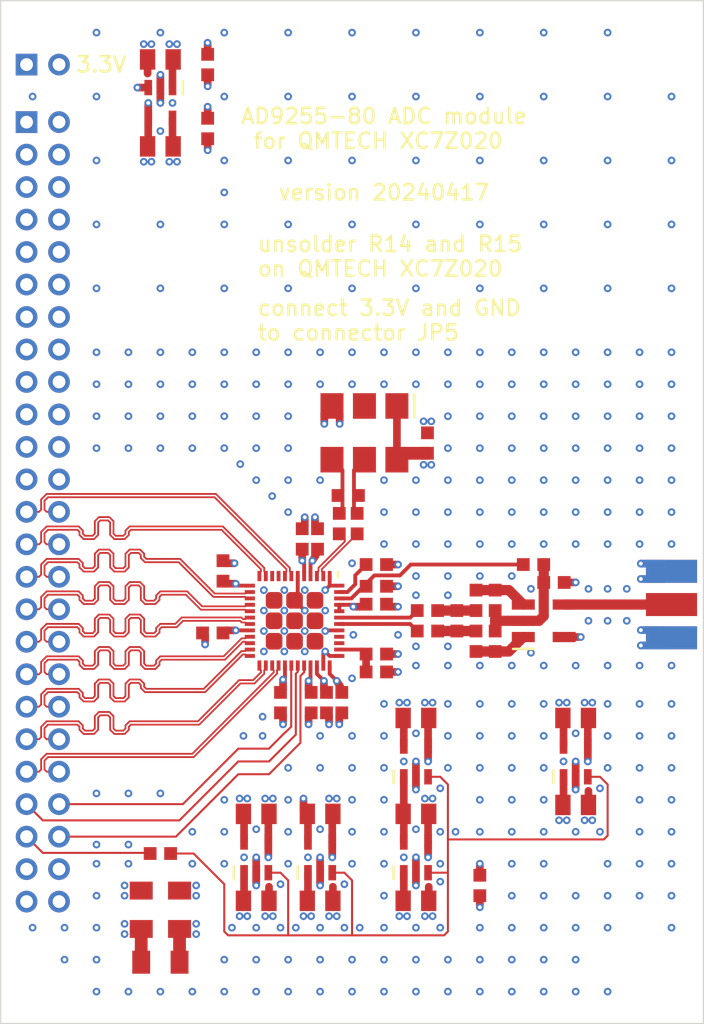
<source format=kicad_pcb>
(kicad_pcb (version 20221018) (generator pcbnew)
  (title_block (comment 4 "AISLER Project ID: MSPPDFRA"))
  (layers (0 "F.Cu" signal) (1 "In1.Cu" signal) (2 "In2.Cu" signal) (31 "B.Cu" signal) (34 "B.Paste" user) (35 "F.Paste" user) (36 "B.SilkS" user "B.Silkscreen") (37 "F.SilkS" user "F.Silkscreen") (38 "B.Mask" user) (39 "F.Mask" user) (44 "Edge.Cuts" user))
  (net 0 "")
  (net 1 "AVDD")
  (net 2 "DVDD")
  (net 3 "GND")
  (net 4 "RBIAS")
  (net 5 "VREF")
  (net 6 "SVDD")
  (net 7 "VIN+")
  (net 8 "VIN-")
  (net 9 "SEC-")
  (net 10 "VCM1")
  (net 11 "SEC+")
  (net 12 "INPUT")
  (net 13 "DCON")
  (net 14 "DCOP")
  (net 15 "D1N")
  (net 16 "D1P")
  (net 17 "D2N")
  (net 18 "D2P")
  (net 19 "D3N")
  (net 20 "D3P")
  (net 21 "D4N")
  (net 22 "D4P")
  (net 23 "D5N")
  (net 24 "D5P")
  (net 25 "D6N")
  (net 26 "D6P")
  (net 27 "D7N")
  (net 28 "D7P")
  (net 29 "3V")
  (net 30 "CSB")
  (net 31 "SCLK")
  (net 32 "ORN")
  (net 33 "ORP")
  (net 34 "CLKN")
  (net 35 "CLKP")
  (net 36 "CLK-")
  (net 37 "CLK+")
  (net 38 "5V")
  (net 39 "AEN")
  (net 40 "VCCO25")
  (net 41 "VCCO33")
  (net 42 "IN1")
  (net 43 "VCM2")
  (net 44 "SDIO")
  (net 45 "CVDD")
  (net 46 "VIN")
  (net 47 "FLT+")
  (net 48 "FLT-")
  (footprint "footprints:0805" (layer "F.Cu") (at 150 113.6)
    (fp_text reference "C23" hide)
    (fp_text value "" hide)
  )
  (footprint "footprints:M3" (layer "F.Cu") (at 175 125 180)
    (fp_text reference "M1" hide)
    (fp_text value "" hide)
  )
  (footprint "footprints:0603" (layer "F.Cu") (at 149.3 104.9 -90)
    (fp_text reference "C11" hide)
    (fp_text value "" hide)
  )
  (footprint "footprints:0603" (layer "F.Cu") (at 146.9 104.9 -90)
    (fp_text reference "C12" hide)
    (fp_text value "" hide)
  )
  (footprint "footprints:0603" (layer "F.Cu") (at 162.5 119.2 90)
    (fp_text reference "R13" hide)
    (fp_text value "" hide)
  )
  (footprint "footprints:0805" (layer "F.Cu") (at 157.5 106.1)
    (fp_text reference "C26" hide)
    (fp_text value "" hide)
  )
  (footprint "footprints:1206" (layer "F.Cu") (at 136 121.1 90)
    (fp_text reference "C29" hide)
    (fp_text value "" hide)
  )
  (footprint "footprints:0603" (layer "F.Cu") (at 154.4 97.2)
    (fp_text reference "C7" hide)
    (fp_text value "" hide)
  )
  (footprint "footprints:0603" (layer "F.Cu") (at 149.8 92.1 90)
    (fp_text reference "C10" hide)
    (fp_text value "" hide)
  )
  (footprint "footprints:SOT23" (layer "F.Cu") (at 157.5 117 90)
    (fp_text reference "IC5" hide)
    (fp_text value "" hide)
  )
  (footprint "footprints:0603" (layer "F.Cu") (at 158.4 99.3 180)
    (fp_text reference "R6" hide)
    (fp_text value "" hide)
  )
  (footprint "footprints:SOT23" (layer "F.Cu") (at 150 117 90)
    (fp_text reference "IC4" hide)
    (fp_text value "" hide)
  )
  (footprint "footprints:0603" (layer "F.Cu") (at 162.2 100.1 90)
    (fp_text reference "R4" hide)
    (fp_text value "" hide)
  )
  (footprint "footprints:1206" (layer "F.Cu") (at 139 121.1 90)
    (fp_text reference "C30" hide)
    (fp_text value "" hide)
  )
  (footprint "footprints:SMA-EDGE" (layer "F.Cu") (at 177.5 97.23 -90)
    (fp_text reference "CN1" hide)
    (fp_text value "" hide)
  )
  (footprint "footprints:SOT23" (layer "F.Cu") (at 145 117 90)
    (fp_text reference "IC3" hide)
    (fp_text value "" hide)
  )
  (footprint "footprints:0805" (layer "F.Cu") (at 145 113.6)
    (fp_text reference "C21" hide)
    (fp_text value "" hide)
  )
  (footprint "footprints:0603" (layer "F.Cu") (at 152.2 88.7)
    (fp_text reference "R9" hide)
    (fp_text value "" hide)
  )
  (footprint "footprints:0603" (layer "F.Cu") (at 141.2 60 90)
    (fp_text reference "R12" hide)
    (fp_text value "" hide)
  )
  (footprint "footprints:M3" (layer "F.Cu") (at 175 55 180)
    (fp_text reference "M2" hide)
    (fp_text value "" hide)
  )
  (footprint "footprints:0603" (layer "F.Cu") (at 150.5 104.9 -90)
    (fp_text reference "C8" hide)
    (fp_text value "" hide)
  )
  (footprint "footprints:1206" (layer "F.Cu") (at 137.5 125.2)
    (fp_text reference "FB1" hide)
    (fp_text value "" hide)
  )
  (footprint "footprints:AT224" (layer "F.Cu") (at 167.5 98.5)
    (fp_text reference "T1" hide)
    (fp_text value "" hide)
  )
  (footprint "footprints:0603" (layer "F.Cu") (at 141.2 55 -90)
    (fp_text reference "R11" hide)
    (fp_text value "" hide)
  )
  (footprint "footprints:0603" (layer "F.Cu") (at 148.6 92.1 90)
    (fp_text reference "C6" hide)
    (fp_text value "" hide)
  )
  (footprint "footprints:0603" (layer "F.Cu") (at 154.4 101.1)
    (fp_text reference "C4" hide)
    (fp_text value "" hide)
  )
  (footprint "footprints:0805" (layer "F.Cu") (at 145 120.4)
    (fp_text reference "C20" hide)
    (fp_text value "" hide)
  )
  (footprint "footprints:0805" (layer "F.Cu") (at 137.5 61.4 180)
    (fp_text reference "C28" hide)
    (fp_text value "" hide)
  )
  (footprint "footprints:SOT23" (layer "F.Cu") (at 157.5 109.5 90)
    (fp_text reference "IC6" hide)
    (fp_text value "" hide)
  )
  (footprint "footprints:0603" (layer "F.Cu") (at 160.7 98.5 90)
    (fp_text reference "C3" hide)
    (fp_text value "" hide)
  )
  (footprint "footprints:0603" (layer "F.Cu") (at 151.7 104.9 -90)
    (fp_text reference "C9" hide)
    (fp_text value "" hide)
  )
  (footprint "footprints:0603" (layer "F.Cu") (at 163.7 100.1 90)
    (fp_text reference "R2" hide)
    (fp_text value "" hide)
  )
  (footprint "footprints:0603" (layer "F.Cu") (at 154.4 95.8)
    (fp_text reference "C1" hide)
    (fp_text value "" hide)
  )
  (footprint "footprints:SOT23" (layer "F.Cu") (at 137.5 58 -90)
    (fp_text reference "IC7" hide)
    (fp_text value "" hide)
  )
  (footprint "footprints:0603" (layer "F.Cu") (at 154.4 94.1)
    (fp_text reference "R8" hide)
    (fp_text value "" hide)
  )
  (footprint "footprints:1x2" (layer "F.Cu") (at 128.3 55 -90)
    (fp_text reference "CN3" hide)
    (fp_text value "" hide)
  )
  (footprint "footprints:0805" (layer "F.Cu") (at 137.5 54.6 180)
    (fp_text reference "C27" hide)
    (fp_text value "" hide)
  )
  (footprint "footprints:0805" (layer "F.Cu") (at 170 106.1)
    (fp_text reference "C19" hide)
    (fp_text value "" hide)
  )
  (footprint "footprints:0805" (layer "F.Cu") (at 150 120.4)
    (fp_text reference "C22" hide)
    (fp_text value "" hide)
  )
  (footprint "footprints:0603" (layer "F.Cu") (at 163.7 96.9 -90)
    (fp_text reference "R3" hide)
    (fp_text value "" hide)
  )
  (footprint "footprints:0603" (layer "F.Cu") (at 137.5 116.7)
    (fp_text reference "R10" hide)
    (fp_text value "" hide)
  )
  (footprint "footprints:0603" (layer "F.Cu") (at 141.6 99.45 180)
    (fp_text reference "C13" hide)
    (fp_text value "" hide)
  )
  (footprint "footprints:0805" (layer "F.Cu") (at 170 112.9)
    (fp_text reference "C18" hide)
    (fp_text value "" hide)
  )
  (footprint "footprints:0603" (layer "F.Cu") (at 158.4 84.6 90)
    (fp_text reference "C15" hide)
    (fp_text value "" hide)
  )
  (footprint "footprints:0805" (layer "F.Cu") (at 157.5 120.4)
    (fp_text reference "C24" hide)
    (fp_text value "" hide)
  )
  (footprint "footprints:LFCSP48" (layer "F.Cu") (at 148 98.5 -90)
    (fp_text reference "IC1" hide)
    (fp_text value "" hide)
  )
  (footprint "footprints:0603" (layer "F.Cu") (at 151.5 90.9 -90)
    (fp_text reference "C16" hide)
    (fp_text value "" hide)
  )
  (footprint "footprints:0603" (layer "F.Cu") (at 152.9 90.9 -90)
    (fp_text reference "C17" hide)
    (fp_text value "" hide)
  )
  (footprint "footprints:0805" (layer "F.Cu") (at 157.5 113.6)
    (fp_text reference "C25" hide)
    (fp_text value "" hide)
  )
  (footprint "footprints:SOT23" (layer "F.Cu") (at 170 109.5 90)
    (fp_text reference "IC2" hide)
    (fp_text value "" hide)
  )
  (footprint "footprints:SMD7050-6P" (layer "F.Cu") (at 153.47 83.8 180)
    (fp_text reference "Y1" hide)
    (fp_text value "" hide)
  )
  (footprint "footprints:0603" (layer "F.Cu") (at 162.2 96.9 -90)
    (fp_text reference "R5" hide)
    (fp_text value "" hide)
  )
  (footprint "footprints:0603" (layer "F.Cu") (at 142.4 94.6 90)
    (fp_text reference "C14" hide)
    (fp_text value "" hide)
  )
  (footprint "footprints:0603" (layer "F.Cu") (at 158.4 97.7 180)
    (fp_text reference "R7" hide)
    (fp_text value "" hide)
  )
  (footprint "footprints:0603" (layer "F.Cu") (at 154.4 102.5)
    (fp_text reference "C5" hide)
    (fp_text value "" hide)
  )
  (footprint "footprints:0603" (layer "F.Cu") (at 168.3 95.5)
    (fp_text reference "C2" hide)
    (fp_text value "" hide)
  )
  (footprint "footprints:0603" (layer "F.Cu") (at 166.7 94.1)
    (fp_text reference "R1" hide)
    (fp_text value "" hide)
  )
  (footprint "footprints:2x25" (layer "B.Cu") (at 128.3 59.5 90)
    (fp_text reference "CN2" hide)
    (fp_text value "" hide)
  )
  (gr_rect (start 125 50) (end 180 130) (stroke (width 0.1)) (fill none) (layer "Edge.Cuts"))
  (gr_text "connect 3.3V and GND\nto connector JP5" (at 145 75) (layer "F.SilkS") (effects (font (size 1.2 1.2) (thickness 0.2) bold) (justify left)))
  (gr_text "AD9255-80 ADC module\nfor QMTECH XC7Z020 \n" (at 155 60) (layer "F.SilkS") (effects (font (size 1.2 1.2) (thickness 0.2) bold)))
  (gr_text "version 20240417" (at 155 65) (layer "F.SilkS") (effects (font (size 1.2 1.2) (thickness 0.2) bold)))
  (gr_text "3.3V" (at 130.8 55) (layer "F.SilkS") (effects (font (size 1.2 1.2) (thickness 0.2) bold) (justify left)))
  (gr_text "unsolder R14 and R15\non QMTECH XC7Z020\n" (at 145 70) (layer "F.SilkS") (effects (font (size 1.2 1.2) (thickness 0.2) bold) (justify left)))
  (segment (start 150.3 103.2) (end 150.3 103.9) (width 0.6) (layer "F.Cu") (net 1))
  (segment (start 149.75 102) (end 149.75 102.65) (width 0.3) (layer "F.Cu") (net 1))
  (segment (start 149.25 95) (end 149.25 93.95) (width 0.3) (layer "F.Cu") (net 1))
  (segment (start 151.5 97.75) (end 151.5 97.25) (width 0.3) (layer "F.Cu") (net 1))
  (segment (start 148.75 95) (end 148.75 93.95) (width 0.3) (layer "F.Cu") (net 1))
  (segment (start 152.6 97.4) (end 153.4 97.4) (width 0.6) (layer "F.Cu") (net 1))
  (segment (start 156.55 106.15) (end 156.5 106.1) (width 0.6) (layer "F.Cu") (net 1))
  (segment (start 150.3 103.9) (end 150.5 104.1) (width 0.6) (layer "F.Cu") (net 1))
  (segment (start 151.7 104.1) (end 151.55 103.6) (width 0.6) (layer "F.Cu") (net 1))
  (segment (start 150.75 102.65) (end 151.3 103.2) (width 0.3) (layer "F.Cu") (net 1))
  (segment (start 148.75 93.95) (end 148.6 93.8) (width 0.3) (layer "F.Cu") (net 1))
  (segment (start 156.55 108.3) (end 156.55 106.15) (width 0.6) (layer "F.Cu") (net 1))
  (segment (start 149.25 93.95) (end 149.4 93.8) (width 0.3) (layer "F.Cu") (net 1))
  (segment (start 148.6 92.9) (end 148.6 93.8) (width 0.6) (layer "F.Cu") (net 1))
  (segment (start 152.45 97.25) (end 152.6 97.4) (width 0.3) (layer "F.Cu") (net 1))
  (segment (start 151.5 97.25) (end 152.45 97.25) (width 0.3) (layer "F.Cu") (net 1))
  (segment (start 149.65 93.4) (end 149.4 93.8) (width 0.6) (layer "F.Cu") (net 1))
  (segment (start 151.55 103.6) (end 151.3 103.2) (width 0.6) (layer "F.Cu") (net 1))
  (segment (start 153.4 97.4) (end 153.6 97.2) (width 0.6) (layer "F.Cu") (net 1))
  (segment (start 149.8 92.9) (end 149.65 93.4) (width 0.6) (layer "F.Cu") (net 1))
  (segment (start 150.75 102) (end 150.75 102.65) (width 0.3) (layer "F.Cu") (net 1))
  (segment (start 149.75 102.65) (end 150.3 103.2) (width 0.3) (layer "F.Cu") (net 1))
  (via (at 149.4 93.8) (size 0.6) (drill 0.3) (layers "F.Cu" "B.Cu") (net 1))
  (via (at 148.6 93.8) (size 0.6) (drill 0.3) (layers "F.Cu" "B.Cu") (net 1))
  (via (at 152.6 97.4) (size 0.6) (drill 0.3) (layers "F.Cu" "B.Cu") (net 1))
  (via (at 156.2 104.9) (size 0.6) (drill 0.3) (layers "F.Cu" "B.Cu") (net 1))
  (via (at 156.8 104.9) (size 0.6) (drill 0.3) (layers "F.Cu" "B.Cu") (net 1))
  (via (at 151.3 103.2) (size 0.6) (drill 0.3) (layers "F.Cu" "B.Cu") (net 1))
  (via (at 150.3 103.2) (size 0.6) (drill 0.3) (layers "F.Cu" "B.Cu") (net 1))
  (segment (start 147.1 103.9) (end 146.9 104.1) (width 0.6) (layer "F.Cu") (net 2))
  (segment (start 143.4 95.6) (end 142.6 95.6) (width 0.6) (layer "F.Cu") (net 2))
  (segment (start 142.6 99.25) (end 142.4 99.45) (width 0.6) (layer "F.Cu") (net 2))
  (segment (start 144.05 113.65) (end 144 113.6) (width 0.6) (layer "F.Cu") (net 2))
  (segment (start 147.25 102) (end 147.25 102.95) (width 0.3) (layer "F.Cu") (net 2))
  (segment (start 144.05 115.8) (end 144.05 113.65) (width 0.6) (layer "F.Cu") (net 2))
  (segment (start 143.55 95.75) (end 143.4 95.6) (width 0.3) (layer "F.Cu") (net 2))
  (segment (start 143.4 99.25) (end 142.6 99.25) (width 0.6) (layer "F.Cu") (net 2))
  (segment (start 147.25 102.95) (end 147.1 103.1) (width 0.3) (layer "F.Cu") (net 2))
  (segment (start 147.1 103.1) (end 147.1 103.9) (width 0.6) (layer "F.Cu") (net 2))
  (segment (start 144.5 95.75) (end 143.55 95.75) (width 0.3) (layer "F.Cu") (net 2))
  (segment (start 142.6 95.6) (end 142.4 95.4) (width 0.6) (layer "F.Cu") (net 2))
  (segment (start 144.5 99.25) (end 143.4 99.25) (width 0.3) (layer "F.Cu") (net 2))
  (via (at 144.3 112.4) (size 0.6) (drill 0.3) (layers "F.Cu" "B.Cu") (net 2))
  (via (at 143.7 112.4) (size 0.6) (drill 0.3) (layers "F.Cu" "B.Cu") (net 2))
  (via (at 147.1 103.1) (size 0.6) (drill 0.3) (layers "F.Cu" "B.Cu") (net 2))
  (via (at 143.4 95.6) (size 0.6) (drill 0.3) (layers "F.Cu" "B.Cu") (net 2))
  (via (at 143.4 99.25) (size 0.6) (drill 0.3) (layers "F.Cu" "B.Cu") (net 2))
  (segment (start 151.53 83.1) (end 151.53 82.3) (width 0.6) (layer "F.Cu") (net 3))
  (segment (start 150.75 95.75) (end 150.4 96.1) (width 0.3) (layer "F.Cu") (net 3))
  (segment (start 158.45 115.8) (end 158.45 113.65) (width 0.6) (layer "F.Cu") (net 3))
  (segment (start 141 100.35) (end 141 99.65) (width 0.6) (layer "F.Cu") (net 3))
  (segment (start 151.5 106.6) (end 151.5 105.9) (width 0.6) (layer "F.Cu") (net 3))
  (segment (start 145.95 113.65) (end 146 113.6) (width 0.6) (layer "F.Cu") (net 3))
  (segment (start 150 119.2) (end 150 118.2) (width 0.6) (layer "F.Cu") (net 3))
  (segment (start 150.75 95) (end 150.75 95.75) (width 0.3) (layer "F.Cu") (net 3))
  (segment (start 169.1 95.5) (end 170 95.5) (width 0.6) (layer "F.Cu") (net 3))
  (segment (start 150.95 113.65) (end 151 113.6) (width 0.6) (layer "F.Cu") (net 3))
  (segment (start 147.1 106.6) (end 147.1 105.9) (width 0.6) (layer "F.Cu") (net 3))
  (segment (start 149.1 106.6) (end 149.1 105.9) (width 0.6) (layer "F.Cu") (net 3))
  (segment (start 156.1 94.1) (end 155.2 94.1) (width 0.6) (layer "F.Cu") (net 3))
  (segment (start 141 99.65) (end 140.8 99.45) (width 0.6) (layer "F.Cu") (net 3))
  (segment (start 157.5 111.7) (end 157.5 110.7) (width 0.6) (layer "F.Cu") (net 3))
  (segment (start 148.8 91.1) (end 148.6 91.3) (width 0.6) (layer "F.Cu") (net 3))
  (segment (start 170 109.5) (end 170 110.7) (width 0.6) (layer "F.Cu") (net 3))
  (segment (start 157.5 117) (end 157.5 118.2) (width 0.6) (layer "F.Cu") (net 3))
  (segment (start 157.5 109.5) (end 157.5 110.7) (width 0.6) (layer "F.Cu") (net 3))
  (segment (start 151.53 82.3) (end 150.93 81.7) (width 0.6) (layer "F.Cu") (net 3))
  (segment (start 157.5 119.2) (end 157.5 118.2) (width 0.6) (layer "F.Cu") (net 3))
  (segment (start 158.45 108.3) (end 158.45 109.5) (width 0.6) (layer "F.Cu") (net 3))
  (segment (start 145.95 115.8) (end 145.95 113.65) (width 0.6) (layer "F.Cu") (net 3))
  (segment (start 162.5 117.5) (end 162.5 118.4) (width 0.6) (layer "F.Cu") (net 3))
  (segment (start 150.95 115.8) (end 150.95 117) (width 0.6) (layer "F.Cu") (net 3))
  (segment (start 176.9 95.23) (end 177.5 94.63) (width 0.6) (layer "F.Cu") (net 3))
  (segment (start 176.9 100.43) (end 177.5 99.83) (width 0.6) (layer "F.Cu") (net 3))
  (segment (start 150.75 101.25) (end 150.4 100.9) (width 0.3) (layer "F.Cu") (net 3))
  (segment (start 149.6 91.1) (end 149.8 91.3) (width 0.6) (layer "F.Cu") (net 3))
  (segment (start 155.4 97.4) (end 155.2 97.2) (width 0.6) (layer "F.Cu") (net 3))
  (segment (start 150 117) (end 150 118.2) (width 0.6) (layer "F.Cu") (net 3))
  (segment (start 143.3 94) (end 142.6 94) (width 0.6) (layer "F.Cu") (net 3))
  (segment (start 137.5 55.8) (end 137.5 56.8) (width 0.6) (layer "F.Cu") (net 3))
  (segment (start 170.95 106.15) (end 171 106.1) (width 0.6) (layer "F.Cu") (net 3))
  (segment (start 137.5 58) (end 137.5 56.8) (width 0.6) (layer "F.Cu") (net 3))
  (segment (start 141.2 58.3) (end 141.2 59.2) (width 0.6) (layer "F.Cu") (net 3))
  (segment (start 151 120.4) (end 151 119.3) (width 0.6) (layer "F.Cu") (net 3))
  (segment (start 175.1 100.43) (end 176.9 100.43) (width 0.6) (layer "F.Cu") (net 3))
  (segment (start 141.2 56.7) (end 141.2 55.8) (width 0.6) (layer "F.Cu") (net 3))
  (segment (start 170.95 108.3) (end 170.95 106.15) (width 0.6) (layer "F.Cu") (net 3))
  (segment (start 147.1 105.9) (end 146.9 105.7) (width 0.6) (layer "F.Cu") (net 3))
  (segment (start 150.33 83.1) (end 150.33 82.3) (width 0.6) (layer "F.Cu") (net 3))
  (segment (start 150.7 105.9) (end 150.5 105.7) (width 0.6) (layer "F.Cu") (net 3))
  (segment (start 175.1 99.23) (end 176.9 99.23) (width 0.6) (layer "F.Cu") (net 3))
  (segment (start 148.8 90.4) (end 148.8 91.1) (width 0.6) (layer "F.Cu") (net 3))
  (segment (start 142.6 94) (end 142.4 93.8) (width 0.6) (layer "F.Cu") (net 3))
  (segment (start 156.1 102.5) (end 155.2 102.5) (width 0.6) (layer "F.Cu") (net 3))
  (segment (start 149.1 105.9) (end 149.3 105.7) (width 0.6) (layer "F.Cu") (net 3))
  (segment (start 136.55 59.2) (end 136.55 58) (width 0.6) (layer "F.Cu") (net 3))
  (segment (start 150.25 101.05) (end 150.4 100.9) (width 0.3) (layer "F.Cu") (net 3))
  (segment (start 145 119.2) (end 145 118.2) (width 0.6) (layer "F.Cu") (net 3))
  (segment (start 150.33 82.3) (end 150.93 81.7) (width 0.6) (layer "F.Cu") (net 3))
  (segment (start 158.5 120.4) (end 158.5 119.3) (width 0.6) (layer "F.Cu") (net 3))
  (segment (start 151.5 99.25) (end 150.45 99.25) (width 0.3) (layer "F.Cu") (net 3))
  (segment (start 151.5 105.9) (end 151.7 105.7) (width 0.6) (layer "F.Cu") (net 3))
  (segment (start 175.1 95.23) (end 176.9 95.23) (width 0.6) (layer "F.Cu") (net 3))
  (segment (start 171 112.9) (end 171 111.8) (width 0.6) (layer "F.Cu") (net 3))
  (segment (start 156.1 97.4) (end 155.4 97.4) (width 0.6) (layer "F.Cu") (net 3))
  (segment (start 170.4 99.77) (end 169.1 99.77) (width 0.6) (layer "F.Cu") (net 3))
  (segment (start 148.25 97.15) (end 148.8 97.7) (width 0.3) (layer "F.Cu") (net 3))
  (segment (start 176.9 94.03) (end 177.5 94.63) (width 0.6) (layer "F.Cu") (net 3))
  (segment (start 136.55 61.35) (end 136.5 61.4) (width 0.6) (layer "F.Cu") (net 3))
  (segment (start 156.1 101.1) (end 155.2 101.1) (width 0.6) (layer "F.Cu") (net 3))
  (segment (start 158.45 113.65) (end 158.5 113.6) (width 0.6) (layer "F.Cu") (net 3))
  (segment (start 150.45 99.25) (end 150.4 99.3) (width 0.3) (layer "F.Cu") (net 3))
  (segment (start 175.1 94.03) (end 176.9 94.03) (width 0.6) (layer "F.Cu") (net 3))
  (segment (start 150.25 102) (end 150.25 101.05) (width 0.3) (layer "F.Cu") (net 3))
  (segment (start 150.7 106.6) (end 150.7 105.9) (width 0.6) (layer "F.Cu") (net 3))
  (segment (start 149.6 90.4) (end 149.6 91.1) (width 0.6) (layer "F.Cu") (net 3))
  (segment (start 136.55 59.2) (end 136.55 61.35) (width 0.6) (layer "F.Cu") (net 3))
  (segment (start 170 111.7) (end 170 110.7) (width 0.6) (layer "F.Cu") (net 3))
  (segment (start 145 117) (end 145 118.2) (width 0.6) (layer "F.Cu") (net 3))
  (segment (start 170.95 108.3) (end 170.95 109.5) (width 0.6) (layer "F.Cu") (net 3))
  (segment (start 156.1 95.8) (end 155.2 95.8) (width 0.6) (layer "F.Cu") (net 3))
  (segment (start 158.45 108.3) (end 158.45 106.15) (width 0.6) (layer "F.Cu") (net 3))
  (segment (start 158.45 115.8) (end 158.45 117) (width 0.6) (layer "F.Cu") (net 3))
  (segment (start 151.5 101.25) (end 150.75 101.25) (width 0.3) (layer "F.Cu") (net 3))
  (segment (start 158.45 106.15) (end 158.5 106.1) (width 0.6) (layer "F.Cu") (net 3))
  (segment (start 136.5 54.6) (end 136.5 55.7) (width 0.6) (layer "F.Cu") (net 3))
  (segment (start 151.5 95.75) (end 150.75 95.75) (width 0.3) (layer "F.Cu") (net 3))
  (segment (start 150.95 115.8) (end 150.95 113.65) (width 0.6) (layer "F.Cu") (net 3))
  (segment (start 148.25 95) (end 148.25 97.15) (width 0.3) (layer "F.Cu") (net 3))
  (segment (start 146 120.4) (end 146 119.3) (width 0.6) (layer "F.Cu") (net 3))
  (segment (start 176.9 99.23) (end 177.5 99.83) (width 0.6) (layer "F.Cu") (net 3))
  (segment (start 145.95 115.8) (end 145.95 117) (width 0.6) (layer "F.Cu") (net 3))
  (via (at 177.5 72.5) (size 0.6) (drill 0.3) (layers "F.Cu" "B.Cu") (net 3))
  (via (at 170 85) (size 0.6) (drill 0.3) (layers "F.Cu" "B.Cu") (net 3))
  (via (at 165 112.5) (size 0.6) (drill 0.3) (layers "F.Cu" "B.Cu") (net 3))
  (via (at 155 117.5) (size 0.6) (drill 0.3) (layers "F.Cu" "B.Cu") (net 3))
  (via (at 158.2 112.4) (size 0.6) (drill 0.3) (layers "F.Cu" "B.Cu") (net 3))
  (via (at 167.5 115) (size 0.6) (drill 0.3) (layers "F.Cu" "B.Cu") (net 3))
  (via (at 127.5 122.5) (size 0.6) (drill 0.3) (layers "F.Cu" "B.Cu") (net 3))
  (via (at 170 90) (size 0.6) (drill 0.3) (layers "F.Cu" "B.Cu") (net 3))
  (via (at 158.45 117) (size 0.6) (drill 0.3) (layers "F.Cu" "B.Cu") (net 3))
  (via (at 177.5 115) (size 0.6) (drill 0.3) (layers "F.Cu" "B.Cu") (net 3))
  (via (at 147.5 117.5) (size 0.6) (drill 0.3) (layers "F.Cu" "B.Cu") (net 3))
  (via (at 145.7 121.6) (size 0.6) (drill 0.3) (layers "F.Cu" "B.Cu") (net 3))
  (via (at 156.1 95.8) (size 0.6) (drill 0.3) (layers "F.Cu" "B.Cu") (net 3))
  (via (at 142.5 127.5) (size 0.6) (drill 0.3) (layers "F.Cu" "B.Cu") (net 3))
  (via (at 171.9 115) (size 0.6) (drill 0.3) (layers "F.Cu" "B.Cu") (net 3))
  (via (at 160 110) (size 0.6) (drill 0.3) (layers "F.Cu" "B.Cu") (net 3))
  (via (at 155 92.5) (size 0.6) (drill 0.3) (layers "F.Cu" "B.Cu") (net 3))
  (via (at 152.5 125) (size 0.6) (drill 0.3) (layers "F.Cu" "B.Cu") (net 3))
  (via (at 147.5 80) (size 0.6) (drill 0.3) (layers "F.Cu" "B.Cu") (net 3))
  (via (at 136.8 53.4) (size 0.6) (drill 0.3) (layers "F.Cu" "B.Cu") (net 3))
  (via (at 175 90) (size 0.6) (drill 0.3) (layers "F.Cu" "B.Cu") (net 3))
  (via (at 147.5 85) (size 0.6) (drill 0.3) (layers "F.Cu" "B.Cu") (net 3))
  (via (at 150.4 96.1) (size 0.6) (drill 0.3) (layers "F.Cu" "B.Cu") (net 3))
  (via (at 132.5 85) (size 0.6) (drill 0.3) (layers "F.Cu" "B.Cu") (net 3))
  (via (at 148.8 99.3) (size 0.6) (drill 0.3) (layers "F.Cu" "B.Cu") (net 3))
  (via (at 170 107.3) (size 0.6) (drill 0.3) (layers "F.Cu" "B.Cu") (net 3))
  (via (at 147.5 115) (size 0.6) (drill 0.3) (layers "F.Cu" "B.Cu") (net 3))
  (via (at 132.5 62.5) (size 0.6) (drill 0.3) (layers "F.Cu" "B.Cu") (net 3))
  (via (at 145 122.5) (size 0.6) (drill 0.3) (layers "F.Cu" "B.Cu") (net 3))
  (via (at 144.05 117) (size 0.6) (drill 0.3) (layers "F.Cu" "B.Cu") (net 3))
  (via (at 150 122.5) (size 0.6) (drill 0.3) (layers "F.Cu" "B.Cu") (net 3))
  (via (at 135 77.5) (size 0.6) (drill 0.3) (layers "F.Cu" "B.Cu") (net 3))
  (via (at 165 107.5) (size 0.6) (drill 0.3) (layers "F.Cu" "B.Cu") (net 3))
  (via (at 158.45 109.5) (size 0.6) (drill 0.3) (layers "F.Cu" "B.Cu") (net 3))
  (via (at 162.5 102) (size 0.6) (drill 0.3) (layers "F.Cu" "B.Cu") (net 3))
  (via (at 170 82.5) (size 0.6) (drill 0.3) (layers "F.Cu" "B.Cu") (net 3))
  (via (at 135 82.5) (size 0.6) (drill 0.3) (layers "F.Cu" "B.Cu") (net 3))
  (via (at 152.5 94) (size 0.6) (drill 0.3) (layers "F.Cu" "B.Cu") (net 3))
  (via (at 162.5 117.5) (size 0.6) (drill 0.3) (layers "F.Cu" "B.Cu") (net 3))
  (via (at 147.5 62.5) (size 0.6) (drill 0.3) (layers "F.Cu" "B.Cu") (net 3))
  (via (at 172.5 67.5) (size 0.6) (drill 0.3) (layers "F.Cu" "B.Cu") (net 3))
  (via (at 165 125) (size 0.6) (drill 0.3) (layers "F.Cu" "B.Cu") (net 3))
  (via (at 172.5 98.5) (size 0.6) (drill 0.3) (layers "F.Cu" "B.Cu") (net 3))
  (via (at 157.5 95) (size 0.6) (drill 0.3) (layers "F.Cu" "B.Cu") (net 3))
  (via (at 156.1 101.1) (size 0.6) (drill 0.3) (layers "F.Cu" "B.Cu") (net 3))
  (via (at 132.5 117.5) (size 0.6) (drill 0.3) (layers "F.Cu" "B.Cu") (net 3))
  (via (at 167.5 107.5) (size 0.6) (drill 0.3) (layers "F.Cu" "B.Cu") (net 3))
  (via (at 150.7 106.6) (size 0.6) (drill 0.3) (layers "F.Cu" "B.Cu") (net 3))
  (via (at 170 92.5) (size 0.6) (drill 0.3) (layers "F.Cu" "B.Cu") (net 3))
  (via (at 155 87.5) (size 0.6) (drill 0.3) (layers "F.Cu" "B.Cu") (net 3))
  (via (at 167.5 120) (size 0.6) (drill 0.3) (layers "F.Cu" "B.Cu") (net 3))
  (via (at 177.5 62.5) (size 0.6) (drill 0.3) (layers "F.Cu" "B.Cu") (net 3))
  (via (at 170 111.7) (size 0.6) (drill 0.3) (layers "F.Cu" "B.Cu") (net 3))
  (via (at 170 102) (size 0.6) (drill 0.3) (layers "F.Cu" "B.Cu") (net 3))
  (via (at 158.7 82.9) (size 0.6) (drill 0.3) (layers "F.Cu" "B.Cu") (net 3))
  (via (at 135 127.5) (size 0.6) (drill 0.3) (layers "F.Cu" "B.Cu") (net 3))
  (via (at 147.5 110) (size 0.6) (drill 0.3) (layers "F.Cu" "B.Cu") (net 3))
  (via (at 177.5 120) (size 0.6) (drill 0.3) (layers "F.Cu" "B.Cu") (net 3))
  (via (at 152.5 107.5) (size 0.6) (drill 0.3) (layers "F.Cu" "B.Cu") (net 3))
  (via (at 171.3 104.9) (size 0.6) (drill 0.3) (layers "F.Cu" "B.Cu") (net 3))
  (via (at 170 77.5) (size 0.6) (drill 0.3) (layers "F.Cu" "B.Cu") (net 3))
  (via (at 140 127.5) (size 0.6) (drill 0.3) (layers "F.Cu" "B.Cu") (net 3))
  (via (at 152.5 62.5) (size 0.6) (drill 0.3) (layers "F.Cu" "B.Cu") (net 3))
  (via (at 145 80) (size 0.6) (drill 0.3) (layers "F.Cu" "B.Cu") (net 3))
  (via (at 145 117) (size 0.6) (drill 0.3) (layers "F.Cu" "B.Cu") (net 3))
  (via (at 132.5 80) (size 0.6) (drill 0.3) (layers "F.Cu" "B.Cu") (net 3))
  (via (at 146.9 119.1) (size 0.6) (drill 0.3) (layers "F.Cu" "B.Cu") (net 3))
  (via (at 170 109.5) (size 0.6) (drill 0.3) (layers "F.Cu" "B.Cu") (net 3))
  (via (at 150 117) (size 0.6) (drill 0.3) (layers "F.Cu" "B.Cu") (net 3))
  (via (at 151.9 119.1) (size 0.6) (drill 0.3) (layers "F.Cu" "B.Cu") (net 3))
  (via (at 132.5 52.5) (size 0.6) (drill 0.3) (layers "F.Cu" "B.Cu") (net 3))
  (via (at 175.1 99.23) (size 0.6) (drill 0.3) (layers "F.Cu" "B.Cu") (net 3))
  (via (at 170.7 104.9) (size 0.6) (drill 0.3) (layers "F.Cu" "B.Cu") (net 3))
  (via (at 167.5 117.5) (size 0.6) (drill 0.3) (layers "F.Cu" "B.Cu") (net 3))
  (via (at 172.5 120) (size 0.6) (drill 0.3) (layers "F.Cu" "B.Cu") (net 3))
  (via (at 136.8 62.6) (size 0.6) (drill 0.3) (layers "F.Cu" "B.Cu") (net 3))
  (via (at 137.5 80) (size 0.6) (drill 0.3) (layers "F.Cu" "B.Cu") (net 3))
  (via (at 172.5 57.5) (size 0.6) (drill 0.3) (layers "F.Cu" "B.Cu") (net 3))
  (via (at 162.5 82.5) (size 0.6) (drill 0.3) (layers "F.Cu" "B.Cu") (net 3))
  (via (at 135 85) (size 0.6) (drill 0.3) (layers "F.Cu" "B.Cu") (net 3))
  (via (at 137.5 58) (size 0.6) (drill 0.3) (layers "F.Cu" "B.Cu") (net 3))
  (via (at 152.5 80) (size 0.6) (drill 0.3) (layers "F.Cu" "B.Cu") (net 3))
  (via (at 147.5 82.5) (size 0.6) (drill 0.3) (layers "F.Cu" "B.Cu") (net 3))
  (via (at 137.5 127.5) (size 0.6) (drill 0.3) (layers "F.Cu" "B.Cu") (net 3))
  (via (at 148.8 97.7) (size 0.6) (drill 0.3) (layers "F.Cu" "B.Cu") (net 3))
  (via (at 162.5 107.5) (size 0.6) (drill 0.3) (layers "F.Cu" "B.Cu") (net 3))
  (via (at 146.9 122.5) (size 0.6) (drill 0.3) (layers "F.Cu" "B.Cu") (net 3))
  (via (at 175 87.5) (size 0.6) (drill 0.3) (layers "F.Cu" "B.Cu") (net 3))
  (via (at 145.5 106) (size 0.6) (drill 0.3) (layers "F.Cu" "B.Cu") (net 3))
  (via (at 158.8 112.4) (size 0.6) (drill 0.3) (layers "F.Cu" "B.Cu") (net 3))
  (via (at 162.5 77.5) (size 0.6) (drill 0.3) (layers "F.Cu" "B.Cu") (net 3))
  (via (at 170.7 114.1) (size 0.6) (drill 0.3) (layers "F.Cu" "B.Cu") (net 3))
  (via (at 170 125) (size 0.6) (drill 0.3) (layers "F.Cu" "B.Cu") (net 3))
  (via (at 159.4 111.6) (size 0.6) (drill 0.3) (layers "F.Cu" "B.Cu") (net 3))
  (via (at 160 80) (size 0.6) (drill 0.3) (layers "F.Cu" "B.Cu") (net 3))
  (via (at 175 82.5) (size 0.6) (drill 0.3) (layers "F.Cu" "B.Cu") (net 3))
  (via (at 157.5 125) (size 0.6) (drill 0.3) (layers "F.Cu" "B.Cu") (net 3))
  (via (at 172.5 92.5) (size 0.6) (drill 0.3) (layers "F.Cu" "B.Cu") (net 3))
  (via (at 145.6 100.9) (size 0.6) (drill 0.3) (layers "F.Cu" "B.Cu") (net 3))
  (via (at 142.5 115) (size 0.6) (drill 0.3) (layers "F.Cu" "B.Cu") (net 3))
  (via (at 132.5 67.5) (size 0.6) (drill 0.3) (layers "F.Cu" "B.Cu") (net 3))
  (via (at 160 125) (size 0.6) (drill 0.3) (layers "F.Cu" "B.Cu") (net 3))
  (via (at 132.5 72.5) (size 0.6) (drill 0.3) (layers "F.Cu" "B.Cu") (net 3))
  (via (at 167.5 110) (size 0.6) (drill 0.3) (layers "F.Cu" "B.Cu") (net 3))
  (via (at 135 116) (size 0.6) (drill 0.3) (layers "F.Cu" "B.Cu") (net 3))
  (via (at 148.8 96.1) (size 0.6) (drill 0.3) (layers "F.Cu" "B.Cu") (net 3))
  (via (at 167.5 67.5) (size 0.6) (drill 0.3) (layers "F.Cu" "B.Cu") (net 3))
  (via (at 145.6 97.7) (size 0.6) (drill 0.3) (layers "F.Cu" "B.Cu") (net 3))
  (via (at 137.5 85) (size 0.6) (drill 0.3) (layers "F.Cu" "B.Cu") (net 3))
  (via (at 158.8 104.9) (size 0.6) (drill 0.3) (layers "F.Cu" "B.Cu") (net 3))
  (via (at 152.5 127.5) (size 0.6) (drill 0.3) (layers "F.Cu" "B.Cu") (net 3))
  (via (at 165 127.5) (size 0.6) (drill 0.3) (layers "F.Cu" "B.Cu") (net 3))
  (via (at 157.5 102) (size 0.6) (drill 0.3) (layers "F.Cu" "B.Cu") (net 3))
  (via (at 177.5 90) (size 0.6) (drill 0.3) (layers "F.Cu" "B.Cu") (net 3))
  (via (at 155 105) (size 0.6) (drill 0.3) (layers "F.Cu" "B.Cu") (net 3))
  (via (at 177.5 85) (size 0.6) (drill 0.3) (layers "F.Cu" "B.Cu") (net 3))
  (via (at 165 105) (size 0.6) (drill 0.3) (layers "F.Cu" "B.Cu") (net 3))
  (via (at 137.5 52.5) (size 0.6) (drill 0.3) (layers "F.Cu" "B.Cu") (net 3))
  (via (at 158.8 121.6) (size 0.6) (drill 0.3) (layers "F.Cu" "B.Cu") (net 3))
  (via (at 157.5 80) (size 0.6) (drill 0.3) (layers "F.Cu" "B.Cu") (net 3))
  (via (at 150.7 121.6) (size 0.6) (drill 0.3) (layers "F.Cu" "B.Cu") (net 3))
  (via (at 172.5 96) (size 0.6) (drill 0.3) (layers "F.Cu" "B.Cu") (net 3))
  (via (at 145 85) (size 0.6) (drill 0.3) (layers "F.Cu" "B.Cu") (net 3))
  (via (at 162.5 80) (size 0.6) (drill 0.3) (layers "F.Cu" "B.Cu") (net 3))
  (via (at 172.5 90) (size 0.6) (drill 0.3) (layers "F.Cu" "B.Cu") (net 3))
  (via (at 166.5 101) (size 0.6) (drill 0.3) (layers "F.Cu" "B.Cu") (net 3))
  (via (at 156.1 102.5) (size 0.6) (drill 0.3) (layers "F.Cu" "B.Cu") (net 3))
  (via (at 162.5 112.5) (size 0.6) (drill 0.3) (layers "F.Cu" "B.Cu") (net 3))
  (via (at 165 117.5) (size 0.6) (drill 0.3) (layers "F.Cu" "B.Cu") (net 3))
  (via (at 177.5 92.5) (size 0.6) (drill 0.3) (layers "F.Cu" "B.Cu") (net 3))
  (via (at 160 107.5) (size 0.6) (drill 0.3) (layers "F.Cu" "B.Cu") (net 3))
  (via (at 162.5 95) (size 0.6) (drill 0.3) (layers "F.Cu" "B.Cu") (net 3))
  (via (at 142.5 52.5) (size 0.6) (drill 0.3) (layers "F.Cu" "B.Cu") (net 3))
  (via (at 177.5 112.5) (size 0.6) (drill 0.3) (layers "F.Cu" "B.Cu") (net 3))
  (via (at 150.95 117) (size 0.6) (drill 0.3) (layers "F.Cu" "B.Cu") (net 3))
  (via (at 149.6 90.4) (size 0.6) (drill 0.3) (layers "F.Cu" "B.Cu") (net 3))
  (via (at 165 90) (size 0.6) (drill 0.3) (layers "F.Cu" "B.Cu") (net 3))
  (via (at 142.5 65) (size 0.6) (drill 0.3) (layers "F.Cu" "B.Cu") (net 3))
  (via (at 174 96) (size 0.6) (drill 0.3) (layers "F.Cu" "B.Cu") (net 3))
  (via (at 167.5 122.5) (size 0.6) (drill 0.3) (layers "F.Cu" "B.Cu") (net 3))
  (via (at 171 96) (size 0.6) (drill 0.3) (layers "F.Cu" "B.Cu") (net 3))
  (via (at 167.5 82.5) (size 0.6) (drill 0.3) (layers "F.Cu" "B.Cu") (net 3))
  (via (at 152.5 110) (size 0.6) (drill 0.3) (layers "F.Cu" "B.Cu") (net 3))
  (via (at 175 110) (size 0.6) (drill 0.3) (layers "F.Cu" "B.Cu") (net 3))
  (via (at 177.5 102) (size 0.6) (drill 0.3) (layers "F.Cu" "B.Cu") (net 3))
  (via (at 127.5 57.5) (size 0.6) (drill 0.3) (layers "F.Cu" "B.Cu") (net 3))
  (via (at 145.95 117) (size 0.6) (drill 0.3) (layers "F.Cu" "B.Cu") (net 3))
  (via (at 142.5 85) (size 0.6) (drill 0.3) (layers "F.Cu" "B.Cu") (net 3))
  (via (at 177.5 87.5) (size 0.6) (drill 0.3) (layers "F.Cu" "B.Cu") (net 3))
  (via (at 147.2 100.9) (size 0.6) (drill 0.3) (layers "F.Cu" "B.Cu") (net 3))
  (via (at 152.5 115) (size 0.6) (drill 0.3) (layers "F.Cu" "B.Cu") (net 3))
  (via (at 177.5 107.5) (size 0.6) (drill 0.3) (layers "F.Cu" "B.Cu") (net 3))
  (via (at 152.5 117.5) (size 0.6) (drill 0.3) (layers "F.Cu" "B.Cu") (net 3))
  (via (at 136.2 53.4) (size 0.6) (drill 0.3) (layers "F.Cu" "B.Cu") (net 3))
  (via (at 152.5 72.5) (size 0.6) (drill 0.3) (layers "F.Cu" "B.Cu") (net 3))
  (via (at 157.5 72.5) (size 0.6) (drill 0.3) (layers "F.Cu" "B.Cu") (net 3))
  (via (at 150.4 100.9) (size 0.6) (drill 0.3) (layers "F.Cu" "B.Cu") (net 3))
  (via (at 157.5 111.7) (size 0.6) (drill 0.3) (layers "F.Cu" "B.Cu") (net 3))
  (via (at 157.5 122.5) (size 0.6) (drill 0.3) (layers "F.Cu" "B.Cu") (net 3))
  (via (at 137.5 60.2) (size 0.6) (drill 0.3) (layers "F.Cu" "B.Cu") (net 3))
  (via (at 157.5 127.5) (size 0.6) (drill 0.3) (layers "F.Cu" "B.Cu") (net 3))
  (via (at 145 82.5) (size 0.6) (drill 0.3) (layers "F.Cu" "B.Cu") (net 3))
  (via (at 175.1 94.03) (size 0.6) (drill 0.3) (layers "F.Cu" "B.Cu") (net 3))
  (via (at 156.1 94.1) (size 0.6) (drill 0.3) (layers "F.Cu" "B.Cu") (net 3))
  (via (at 132.5 120) (size 0.6) (drill 0.3) (layers "F.Cu" "B.Cu") (net 3))
  (via (at 175 92.5) (size 0.6) (drill 0.3) (layers "F.Cu" "B.Cu") (net 3))
  (via (at 147.5 127.5) (size 0.6) (drill 0.3) (layers "F.Cu" "B.Cu") (net 3))
  (via (at 172.5 105) (size 0.6) (drill 0.3) (layers "F.Cu" "B.Cu") (net 3))
  (via (at 150 114.8) (size 0.6) (drill 0.3) (layers "F.Cu" "B.Cu") (net 3))
  (via (at 142.5 57.5) (size 0.6) (drill 0.3) (layers "F.Cu" "B.Cu") (net 3))
  (via (at 148.1 122.5) (size 0.6) (drill 0.3) (layers "F.Cu" "B.Cu") (net 3))
  (via (at 160 85) (size 0.6) (drill 0.3) (layers "F.Cu" "B.Cu") (net 3))
  (via (at 171 98.5) (size 0.6) (drill 0.3) (layers "F.Cu" "B.Cu") (net 3))
  (via (at 170 120) (size 0.6) (drill 0.3) (layers "F.Cu" "B.Cu") (net 3))
  (via (at 172.5 122.5) (size 0.6) (drill 0.3) (layers "F.Cu" "B.Cu") (net 3))
  (via (at 157.5 92.5) (size 0.6) (drill 0.3) (layers "F.Cu" "B.Cu") (net 3))
  (via (at 157.5 114.8) (size 0.6) (drill 0.3) (layers "F.Cu" "B.Cu") (net 3))
  (via (at 135 117.5) (size 0.6) (drill 0.3) (layers "F.Cu" "B.Cu") (net 3))
  (via (at 157.5 52.5) (size 0.6) (drill 0.3) (layers "F.Cu" "B.Cu") (net 3))
  (via (at 167.5 127.5) (size 0.6) (drill 0.3) (layers "F.Cu" "B.Cu") (net 3))
  (via (at 151.5 106.6) (size 0.6) (drill 0.3) (layers "F.Cu" "B.Cu") (net 3))
  (via (at 132.5 112) (size 0.6) (drill 0.3) (layers "F.Cu" "B.Cu") (net 3))
  (via (at 165 102) (size 0.6) (drill 0.3) (layers "F.Cu" "B.Cu") (net 3))
  (via (at 145 127.5) (size 0.6) (drill 0.3) (layers "F.Cu" "B.Cu") (net 3))
  (via (at 155 80) (size 0.6) (drill 0.3) (layers "F.Cu" "B.Cu") (net 3))
  (via (at 136.55 58) (size 0.6) (drill 0.3) (layers "F.Cu" "B.Cu") (net 3))
  (via (at 167.5 125) (size 0.6) (drill 0.3) (layers "F.Cu" "B.Cu") (net 3))
  (via (at 135 112) (size 0.6) (drill 0.3) (layers "F.Cu" "B.Cu") (net 3))
  (via (at 170.4 99.77) (size 0.6) (drill 0.3) (layers "F.Cu" "B.Cu") (net 3))
  (via (at 165 85) (size 0.6) (drill 0.3) (layers "F.Cu" "B.Cu") (net 3))
  (via (at 140 85) (size 0.6) (drill 0.3) (layers "F.Cu" "B.Cu") (net 3))
  (via (at 165 80) (size 0.6) (drill 0.3) (layers "F.Cu" "B.Cu") (net 3))
  (via (at 172.5 102) (size 0.6) (drill 0.3) (layers "F.Cu" "B.Cu") (net 3))
  (via (at 147.5 67.5) (size 0.6) (drill 0.3) (layers "F.Cu" "B.Cu") (net 3))
  (via (at 152.5 67.5) (size 0.6) (drill 0.3) (layers "F.Cu" "B.Cu") (net 3))
  (via (at 157.5 107.3) (size 0.6) (drill 0.3) (layers "F.Cu" "B.Cu") (net 3))
  (via (at 157.5 117) (size 0.6) (drill 0.3) (layers "F.Cu" "B.Cu") (net 3))
  (via (at 172.5 85) (size 0.6) (drill 0.3) (layers "F.Cu" "B.Cu") (net 3))
  (via (at 156.1 97.4) (size 0.6) (drill 0.3) (layers "F.Cu" "B.Cu") (net 3))
  (via (at 145.7 112.4) (size 0.6) (drill 0.3) (layers "F.Cu" "B.Cu") (net 3))
  (via (at 175.1 100.43) (size 0.6) (drill 0.3) (layers "F.Cu" "B.Cu") (net 3))
  (via (at 132.5 122.5) (size 0.6) (drill 0.3) (layers "F.Cu" "B.Cu") (net 3))
  (via (at 162.5 127.5) (size 0.6) (drill 0.3) (layers "F.Cu" "B.Cu") (net 3))
  (via (at 162.5 125) (size 0.6) (drill 0.3) (layers "F.Cu" "B.Cu") (net 3))
  (via (at 143.3 94) (size 0.6) (drill 0.3) (layers "F.Cu" "B.Cu") (net 3))
  (via (at 132.5 57.5) (size 0.6) (drill 0.3) (layers "F.Cu" "B.Cu") (net 3))
  (via (at 160 127.5) (size 0.6) (drill 0.3) (layers "F.Cu" "B.Cu") (net 3))
  (via (at 166.5 96) (size 0.6) (drill 0.3) (layers "F.Cu" "B.Cu") (net 3))
  (via (at 162.5 92.5) (size 0.6) (drill 0.3) (layers "F.Cu" "B.Cu") (net 3))
  (via (at 145.5 107.5) (size 0.6) (drill 0.3) (layers "F.Cu" "B.Cu") (net 3))
  (via (at 172.5 87.5) (size 0.6) (drill 0.3) (layers "F.Cu" "B.Cu") (net 3))
  (via (at 160 82.5) (size 0.6) (drill 0.3) (layers "F.Cu" "B.Cu") (net 3))
  (via (at 145 125) (size 0.6) (drill 0.3) (layers "F.Cu" "B.Cu") (net 3))
  (via (at 162.5 72.5) (size 0.6) (drill 0.3) (layers "F.Cu" "B.Cu") (net 3))
  (via (at 130 122.5) (size 0.6) (drill 0.3) (layers "F.Cu" "B.Cu") (net 3))
  (via (at 132.5 116) (size 0.6) (drill 0.3) (layers "F.Cu" "B.Cu") (net 3))
  (via (at 132.5 82.5) (size 0.6) (drill 0.3) (layers "F.Cu" "B.Cu") (net 3))
  (via (at 150.33 83.1) (size 0.6) (drill 0.3) (layers "F.Cu" "B.Cu") (net 3))
  (via (at 150.4 99.3) (size 0.6) (drill 0.3) (layers "F.Cu" "B.Cu") (net 3))
  (via (at 142.5 80) (size 0.6) (drill 0.3) (layers "F.Cu" "B.Cu") (net 3))
  (via (at 142.5 117.5) (size 0.6) (drill 0.3) (layers "F.Cu" "B.Cu") (net 3))
  (via (at 155 110) (size 0.6) (drill 0.3) (layers "F.Cu" "B.Cu") (net 3))
  (via (at 157.5 67.5) (size 0.6) (drill 0.3) (layers "F.Cu" "B.Cu") (net 3))
  (via (at 159.4 115) (size 0.6) (drill 0.3) (layers "F.Cu" "B.Cu") (net 3))
  (via (at 172.5 77.5) (size 0.6) (drill 0.3) (layers "F.Cu" "B.Cu") (net 3))
  (via (at 167.5 92.5) (size 0.6) (drill 0.3) (layers "F.Cu" "B.Cu") (net 3))
  (via (at 177.5 117.5) (size 0.6) (drill 0.3) (layers "F.Cu" "B.Cu") (net 3))
  (via (at 167.5 57.5) (size 0.6) (drill 0.3) (layers "F.Cu" "B.Cu") (net 3))
  (via (at 165 110) (size 0.6) (drill 0.3) (layers "F.Cu" "B.Cu") (net 3))
  (via (at 170.95 109.5) (size 0.6) (drill 0.3) (layers "F.Cu" "B.Cu") (net 3))
  (via (at 140.3 120) (size 0.6) (drill 0.3) (layers "F.Cu" "B.Cu") (net 3))
  (via (at 132.5 127.5) (size 0.6) (drill 0.3) (layers "F.Cu" "B.Cu") (net 3))
  (via (at 171.9 111.6) (size 0.6) (drill 0.3) (layers "F.Cu" "B.Cu") (net 3))
  (via (at 141.2 58.3) (size 0.6) (drill 0.3) (layers "F.Cu" "B.Cu") (net 3))
  (via (at 160 96.5) (size 0.6) (drill 0.3) (layers "F.Cu" "B.Cu") (net 3))
  (via (at 157.5 100.5) (size 0.6) (drill 0.3) (layers "F.Cu" "B.Cu") (net 3))
  (via (at 151.53 83.1) (size 0.6) (drill 0.3) (layers "F.Cu" "B.Cu") (net 3))
  (via (at 144 107.5) (size 0.6) (drill 0.3) (layers "F.Cu" "B.Cu") (net 3))
  (via (at 137.5 72.5) (size 0.6) (drill 0.3) (layers "F.Cu" "B.Cu") (net 3))
  (via (at 148.8 90.4) (size 0.6) (drill 0.3) (layers "F.Cu" "B.Cu") (net 3))
  (via (at 162.5 110) (size 0.6) (drill 0.3) (layers "F.Cu" "B.Cu") (net 3))
  (via (at 150 110) (size 0.6) (drill 0.3) (layers "F.Cu" "B.Cu") (net 3))
  (via (at 167.5 87.5) (size 0.6) (drill 0.3) (layers "F.Cu" "B.Cu") (net 3))
  (via (at 165 95) (size 0.6) (drill 0.3) (layers "F.Cu" "B.Cu") (net 3))
  (via (at 155 107.5) (size 0.6) (drill 0.3) (layers "F.Cu" "B.Cu") (net 3))
  (via (at 140 80) (size 0.6) (drill 0.3) (layers "F.Cu" "B.Cu") (net 3))
  (via (at 141 100.35) (size 0.6) (drill 0.3) (layers "F.Cu" "B.Cu") (net 3))
  (via (at 165 115) (size 0.6) (drill 0.3) (layers "F.Cu" "B.Cu") (net 3))
  (via (at 145 114.8) (size 0.6) (drill 0.3) (layers "F.Cu" "B.Cu") (net 3))
  (via (at 172.5 110) (size 0.6) (drill 0.3) (layers "F.Cu" "B.Cu") (net 3))
  (via (at 134.7 120) (size 0.6) (drill 0.3) (layers "F.Cu" "B.Cu") (net 3))
  (via (at 172.5 62.5) (size 0.6) (drill 0.3) (layers "F.Cu" "B.Cu") (net 3))
  (via (at 142.5 67.5) (size 0.6) (drill 0.3) (layers "F.Cu" "B.Cu") (net 3))
  (via (at 150 87.5) (size 0.6) (drill 0.3) (layers "F.Cu" "B.Cu") (net 3))
  (via (at 175 112.5) (size 0.6) (drill 0.3) (layers "F.Cu" "B.Cu") (net 3))
  (via (at 167.5 77.5) (size 0.6) (drill 0.3) (layers "F.Cu" "B.Cu") (net 3))
  (via (at 145.6 99.3) (size 0.6) (drill 0.3) (layers "F.Cu" "B.Cu") (net 3))
  (via (at 165 92.5) (size 0.6) (drill 0.3) (layers "F.Cu" "B.Cu") (net 3))
  (via (at 165 82.5) (size 0.6) (drill 0.3) (layers "F.Cu" "B.Cu") (net 3))
  (via (at 162.5 62.5) (size 0.6) (drill 0.3) (layers "F.Cu" "B.Cu") (net 3))
  (via (at 170 95.5) (size 0.6) (drill 0.3) (layers "F.Cu" "B.Cu") (net 3))
  (via (at 157.5 57.5) (size 0.6) (drill 0.3) (layers "F.Cu" "B.Cu") (net 3))
  (via (at 159.4 117.5) (size 0.6) (drill 0.3) (layers "F.Cu" "B.Cu") (net 3))
  (via (at 175 107.5) (size 0.6) (drill 0.3) (layers "F.Cu" "B.Cu") (net 3))
  (via (at 150 127.5) (size 0.6) (drill 0.3) (layers "F.Cu" "B.Cu") (net 3))
  (via (at 177.5 77.5) (size 0.6) (drill 0.3) (layers "F.Cu" "B.Cu") (net 3))
  (via (at 160 102) (size 0.6) (drill 0.3) (layers "F.Cu" "B.Cu") (net 3))
  (via (at 152.5 103) (size 0.6) (drill 0.3) (layers "F.Cu" "B.Cu") (net 3))
  (via (at 172.5 82.5) (size 0.6) (drill 0.3) (layers "F.Cu" "B.Cu") (net 3))
  (via (at 175 120) (size 0.6) (drill 0.3) (layers "F.Cu" "B.Cu") (net 3))
  (via (at 151.3 121.6) (size 0.6) (drill 0.3) (layers "F.Cu" "B.Cu") (net 3))
  (via (at 132.5 125) (size 0.6) (drill 0.3) (layers "F.Cu" "B.Cu") (net 3))
  (via (at 157.5 119.2) (size 0.6) (drill 0.3) (layers "F.Cu" "B.Cu") (net 3))
  (via (at 142.5 72.5) (size 0.6) (drill 0.3) (layers "F.Cu" "B.Cu") (net 3))
  (via (at 155 127.5) (size 0.6) (drill 0.3) (layers "F.Cu" "B.Cu") (net 3))
  (via (at 136.2 62.6) (size 0.6) (drill 0.3) (layers "F.Cu" "B.Cu") (net 3))
  (via (at 157.5 90) (size 0.6) (drill 0.3) (layers "F.Cu" "B.Cu") (net 3))
  (via (at 149.1 106.6) (size 0.6) (drill 0.3) (layers "F.Cu" "B.Cu") (net 3))
  (via (at 155 90) (size 0.6) (drill 0.3) (layers "F.Cu" "B.Cu") (net 3))
  (via (at 162.5 87.5) (size 0.6) (drill 0.3) (layers "F.Cu" "B.Cu") (net 3))
  (via (at 147.5 87.5) (size 0.6) (drill 0.3) (layers "F.Cu" "B.Cu") (net 3))
  (via (at 160.6 115) (size 0.6) (drill 0.3) (layers "F.Cu" "B.Cu") (net 3))
  (via (at 162.5 115) (size 0.6) (drill 0.3) (layers "F.Cu" "B.Cu") (net 3))
  (via (at 138.45 58) (size 0.6) (drill 0.3) (layers "F.Cu" "B.Cu") (net 3))
  (via (at 167.5 105) (size 0.6) (drill 0.3) (layers "F.Cu" "B.Cu") (net 3))
  (via (at 151.9 122.5) (size 0.6) (drill 0.3) (layers "F.Cu" "B.Cu") (net 3))
  (via (at 149.05 117) (size 0.6) (drill 0.3) (layers "F.Cu" "B.Cu") (net 3))
  (via (at 155 122.5) (size 0.6) (drill 0.3) (layers "F.Cu" "B.Cu") (net 3))
  (via (at 143.75 86.25) (size 0.6) (drill 0.3) (layers "F.Cu" "B.Cu") (net 3))
  (via (at 137.5 55.8) (size 0.6) (drill 0.3) (layers "F.Cu" "B.Cu") (net 3))
  (via (at 171.3 114.1) (size 0.6) (drill 0.3) (layers "F.Cu" "B.Cu") (net 3))
  (via (at 177.5 122.5) (size 0.6) (drill 0.3) (layers "F.Cu" "B.Cu") (net 3))
  (via (at 150 80) (size 0.6) (drill 0.3) (layers "F.Cu" "B.Cu") (net 3))
  (via (at 162.5 105) (size 0.6) (drill 0.3) (layers "F.Cu" "B.Cu") (net 3))
  (via (at 175 115) (size 0.6) (drill 0.3) (layers "F.Cu" "B.Cu") (net 3))
  (via (at 158.2 121.6) (size 0.6) (drill 0.3) (layers "F.Cu" "B.Cu") (net 3))
  (via (at 175 105) (size 0.6) (drill 0.3) (layers "F.Cu" "B.Cu") (net 3))
  (via (at 165 120) (size 0.6) (drill 0.3) (layers "F.Cu" "B.Cu") (net 3))
  (via (at 145 119.2) (size 0.6) (drill 0.3) (layers "F.Cu" "B.Cu") (net 3))
  (via (at 172.5 80) (size 0.6) (drill 0.3) (layers "F.Cu" "B.Cu") (net 3))
  (via (at 142.5 125) (size 0.6) (drill 0.3) (layers "F.Cu" "B.Cu") (net 3))
  (via (at 146.3 112.4) (size 0.6) (drill 0.3) (layers "F.Cu" "B.Cu") (net 3))
  (via (at 172.5 52.5) (size 0.6) (drill 0.3) (layers "F.Cu" "B.Cu") (net 3))
  (via (at 177.5 82.5) (size 0.6) (drill 0.3) (layers "F.Cu" "B.Cu") (net 3))
  (via (at 172.5 72.5) (size 0.6) (drill 0.3) (layers "F.Cu" "B.Cu") (net 3))
  (via (at 160 105) (size 0.6) (drill 0.3) (layers "F.Cu" "B.Cu") (net 3))
  (via (at 157.5 77.5) (size 0.6) (drill 0.3) (layers "F.Cu" "B.Cu") (net 3))
  (via (at 165 77.5) (size 0.6) (drill 0.3) (layers "F.Cu" "B.Cu") (net 3))
  (via (at 162.5 52.5) (size 0.6) (drill 0.3) (layers "F.Cu" "B.Cu") (net 3))
  (via (at 158.1 82.9) (size 0.6) (drill 0.3) (layers "F.Cu" "B.Cu") (net 3))
  (via (at 170 127.5) (size 0.6) (drill 0.3) (layers "F.Cu" "B.Cu") (net 3))
  (via (at 160 100.5) (size 0.6) (drill 0.3) (layers "F.Cu" "B.Cu") (net 3))
  (via (at 147.2 96.1) (size 0.6) (drill 0.3) (layers "F.Cu" "B.Cu") (net 3))
  (via (at 162.5 67.5) (size 0.6) (drill 0.3) (layers "F.Cu" "B.Cu") (net 3))
  (via (at 167.5 62.5) (size 0.6) (drill 0.3) (layers "F.Cu" "B.Cu") (net 3))
  (via (at 165 122.5) (size 0.6) (drill 0.3) (layers "F.Cu" "B.Cu") (net 3))
  (via (at 152.5 57.5) (size 0.6) (drill 0.3) (layers "F.Cu" "B.Cu") (net 3))
  (via (at 157.5 87.5) (size 0.6) (drill 0.3) (layers "F.Cu" "B.Cu") (net 3))
  (via (at 137.5 67.5) (size 0.6) (drill 0.3) (layers "F.Cu" "B.Cu") (net 3))
  (via (at 177.5 67.5) (size 0.6) (drill 0.3) (layers "F.Cu" "B.Cu") (net 3))
  (via (at 155 120) (size 0.6) (drill 0.3) (layers "F.Cu" "B.Cu") (net 3))
  (via (at 153.1 122.5) (size 0.6) (drill 0.3) (layers "F.Cu" "B.Cu") (net 3))
  (via (at 167.5 72.5) (size 0.6) (drill 0.3) (layers "F.Cu" "B.Cu") (net 3))
  (via (at 167.5 85) (size 0.6) (drill 0.3) (layers "F.Cu" "B.Cu") (net 3))
  (via (at 170 122.5) (size 0.6) (drill 0.3) (layers "F.Cu" "B.Cu") (net 3))
  (via (at 169.05 109.5) (size 0.6) (drill 0.3) (layers "F.Cu" "B.Cu") (net 3))
  (via (at 167.5 102) (size 0.6) (drill 0.3) (layers "F.Cu" "B.Cu") (net 3))
  (via (at 175 80) (size 0.6) (drill 0.3) (layers "F.Cu" "B.Cu") (net 3))
  (via (at 170 87.5) (size 0.6) (drill 0.3) (layers "F.Cu" "B.Cu") (net 3))
  (via (at 132.5 77.5) (size 0.6) (drill 0.3) (layers "F.Cu" "B.Cu") (net 3))
  (via (at 156.55 117) (size 0.6) (drill 0.3) (layers "F.Cu" "B.Cu") (net 3))
  (via (at 147.5 77.5) (size 0.6) (drill 0.3) (layers "F.Cu" "B.Cu") (net 3))
  (via (at 175 117.5) (size 0.6) (drill 0.3) (layers "F.Cu" "B.Cu") (net 3))
  (via (at 177.5 110) (size 0.6) (drill 0.3) (layers "F.Cu" "B.Cu") (net 3))
  (via (at 155 115) (size 0.6) (drill 0.3) (layers "F.Cu" "B.Cu") (net 3))
  (via (at 155 125) (size 0.6) (drill 0.3) (layers "F.Cu" "B.Cu") (net 3))
  (via (at 175.1 95.23) (size 0.6) (drill 0.3) (layers "F.Cu" "B.Cu") (net 3))
  (via (at 147.2 97.7) (size 0.6) (drill 0.3) (layers "F.Cu" "B.Cu") (net 3))
  (via (at 140 115) (size 0.6) (drill 0.3) (layers "F.Cu" "B.Cu") (net 3))
  (via (at 151.3 112.4) (size 0.6) (drill 0.3) (layers "F.Cu" "B.Cu") (net 3))
  (via (at 147.5 52.5) (size 0.6) (drill 0.3) (layers "F.Cu" "B.Cu") (net 3))
  (via (at 160 90) (size 0.6) (drill 0.3) (layers "F.Cu" "B.Cu") (net 3))
  (via (at 130 125) (size 0.6) (drill 0.3) (layers "F.Cu" "B.Cu") (net 3))
  (via (at 147.1 106.6) (size 0.6) (drill 0.3) (layers "F.Cu" "B.Cu") (net 3))
  (via (at 155 77.5) (size 0.6) (drill 0.3) (layers "F.Cu" "B.Cu") (net 3))
  (via (at 175 102) (size 0.6) (drill 0.3) (layers "F.Cu" "B.Cu") (net 3))
  (via (at 160 95) (size 0.6) (drill 0.3) (layers "F.Cu" "B.Cu") (net 3))
  (via (at 137.5 77.5) (size 0.6) (drill 0.3) (layers "F.Cu" "B.Cu") (net 3))
  (via (at 150.4 97.7) (size 0.6) (drill 0.3) (layers "F.Cu" "B.Cu") (net 3))
  (via (at 145.6 96.1) (size 0.6) (drill 0.3) (layers "F.Cu" "B.Cu") (net 3))
  (via (at 150 77.5) (size 0.6) (drill 0.3) (layers "F.Cu" "B.Cu") (net 3))
  (via (at 140 117.5) (size 0.6) (drill 0.3) (layers "F.Cu" "B.Cu") (net 3))
  (via (at 167.5 80) (size 0.6) (drill 0.3) (layers "F.Cu" "B.Cu") (net 3))
  (via (at 145 77.5) (size 0.6) (drill 0.3) (layers "F.Cu" "B.Cu") (net 3))
  (via (at 177.5 57.5) (size 0.6) (drill 0.3) (layers "F.Cu" "B.Cu") (net 3))
  (via (at 167.5 90) (size 0.6) (drill 0.3) (layers "F.Cu" "B.Cu") (net 3))
  (via (at 134.7 119.2) (size 0.6) (drill 0.3) (layers "F.Cu" "B.Cu") (net 3))
  (via (at 147.5 125) (size 0.6) (drill 0.3) (layers "F.Cu" "B.Cu") (net 3))
  (via (at 142.5 62.5) (size 0.6) (drill 0.3) (layers "F.Cu" "B.Cu") (net 3))
  (via (at 142.5 77.5) (size 0.6) (drill 0.3) (layers "F.Cu" "B.Cu") (net 3))
  (via (at 162.5 122.5) (size 0.6) (drill 0.3) (layers "F.Cu" "B.Cu") (net 3))
  (via (at 146.25 88.75) (size 0.6) (drill 0.3) (layers "F.Cu" "B.Cu") (net 3))
  (via (at 135 80) (size 0.6) (drill 0.3) (layers "F.Cu" "B.Cu") (net 3))
  (via (at 150.7 112.4) (size 0.6) (drill 0.3) (layers "F.Cu" "B.Cu") (net 3))
  (via (at 174 98.5) (size 0.6) (drill 0.3) (layers "F.Cu" "B.Cu") (net 3))
  (via (at 160 77.5) (size 0.6) (drill 0.3) (layers "F.Cu" "B.Cu") (net 3))
  (via (at 143.1 122.5) (size 0.6) (drill 0.3) (layers "F.Cu" "B.Cu") (net 3))
  (via (at 167.5 52.5) (size 0.6) (drill 0.3) (layers "F.Cu" "B.Cu") (net 3))
  (via (at 137.5 112) (size 0.6) (drill 0.3) (layers "F.Cu" "B.Cu") (net 3))
  (via (at 177.5 105) (size 0.6) (drill 0.3) (layers "F.Cu" "B.Cu") (net 3))
  (via (at 147.5 57.5) (size 0.6) (drill 0.3) (layers "F.Cu" "B.Cu") (net 3))
  (via (at 165 87.5) (size 0.6) (drill 0.3) (layers "F.Cu" "B.Cu") (net 3))
  (via (at 157.5 62.5) (size 0.6) (drill 0.3) (layers "F.Cu" "B.Cu") (net 3))
  (via (at 170 80) (size 0.6) (drill 0.3) (layers "F.Cu" "B.Cu") (net 3))
  (via (at 177.5 80) (size 0.6) (drill 0.3) (layers "F.Cu" "B.Cu") (net 3))
  (via (at 142.5 82.5) (size 0.6) (drill 0.3) (layers "F.Cu" "B.Cu") (net 3))
  (via (at 152.6 99.6) (size 0.6) (drill 0.3) (layers "F.Cu" "B.Cu") (net 3))
  (via (at 146.3 121.6) (size 0.6) (drill 0.3) (layers "F.Cu" "B.Cu") (net 3))
  (via (at 140 82.5) (size 0.6) (drill 0.3) (layers "F.Cu" "B.Cu") (net 3))
  (via (at 147.5 90) (size 0.6) (drill 0.3) (layers "F.Cu" "B.Cu") (net 3))
  (via (at 140.3 119.2) (size 0.6) (drill 0.3) (layers "F.Cu" "B.Cu") (net 3))
  (via (at 137.5 82.5) (size 0.6) (drill 0.3) (layers "F.Cu" "B.Cu") (net 3))
  (via (at 156.55 109.5) (size 0.6) (drill 0.3) (layers "F.Cu" "B.Cu") (net 3))
  (via (at 160 87.5) (size 0.6) (drill 0.3) (layers "F.Cu" "B.Cu") (net 3))
  (via (at 162.5 90) (size 0.6) (drill 0.3) (layers "F.Cu" "B.Cu") (net 3))
  (via (at 147.2 99.3) (size 0.6) (drill 0.3) (layers "F.Cu" "B.Cu") (net 3))
  (via (at 172.5 117.5) (size 0.6) (drill 0.3) (layers "F.Cu" "B.Cu") (net 3))
  (via (at 152.5 77.5) (size 0.6) (drill 0.3) (layers "F.Cu" "B.Cu") (net 3))
  (via (at 150 119.2) (size 0.6) (drill 0.3) (layers "F.Cu" "B.Cu") (net 3))
  (via (at 175 77.5) (size 0.6) (drill 0.3) (layers "F.Cu" "B.Cu") (net 3))
  (via (at 152.5 52.5) (size 0.6) (drill 0.3) (layers "F.Cu" "B.Cu") (net 3))
  (via (at 152.5 112.5) (size 0.6) (drill 0.3) (layers "F.Cu" "B.Cu") (net 3))
  (via (at 150 107.5) (size 0.6) (drill 0.3) (layers "F.Cu" "B.Cu") (net 3))
  (via (at 162.5 85) (size 0.6) (drill 0.3) (layers "F.Cu" "B.Cu") (net 3))
  (via (at 142.5 112.5) (size 0.6) (drill 0.3) (layers "F.Cu" "B.Cu") (net 3))
  (via (at 167.5 112.5) (size 0.6) (drill 0.3) (layers "F.Cu" "B.Cu") (net 3))
  (via (at 162.5 57.5) (size 0.6) (drill 0.3) (layers "F.Cu" "B.Cu") (net 3))
  (via (at 160 92.5) (size 0.6) (drill 0.3) (layers "F.Cu" "B.Cu") (net 3))
  (via (at 157.5 109.5) (size 0.6) (drill 0.3) (layers "F.Cu" "B.Cu") (net 3))
  (via (at 155 112.5) (size 0.6) (drill 0.3) (layers "F.Cu" "B.Cu") (net 3))
  (via (at 157.5 96.5) (size 0.6) (drill 0.3) (layers "F.Cu" "B.Cu") (net 3))
  (via (at 150 125) (size 0.6) (drill 0.3) (layers "F.Cu" "B.Cu") (net 3))
  (via (at 147.5 112.5) (size 0.6) (drill 0.3) (layers "F.Cu" "B.Cu") (net 3))
  (via (at 147.5 72.5) (size 0.6) (drill 0.3) (layers "F.Cu" "B.Cu") (net 3))
  (via (at 172.5 107.5) (size 0.6) (drill 0.3) (layers "F.Cu" "B.Cu") (net 3))
  (via (at 170 115) (size 0.6) (drill 0.3) (layers "F.Cu" "B.Cu") (net 3))
  (via (at 156.1 99.6) (size 0.6) (drill 0.3) (layers "F.Cu" "B.Cu") (net 3))
  (via (at 172.5 127.5) (size 0.6) (drill 0.3) (layers "F.Cu" "B.Cu") (net 3))
  (via (at 141.2 56.7) (size 0.6) (drill 0.3) (layers "F.Cu" "B.Cu") (net 3))
  (via (at 140 77.5) (size 0.6) (drill 0.3) (layers "F.Cu" "B.Cu") (net 3))
  (via (at 145 87.5) (size 0.6) (drill 0.3) (layers "F.Cu" "B.Cu") (net 3))
  (via (at 159.4 118.9) (size 0.6) (drill 0.3) (layers "F.Cu" "B.Cu") (net 3))
  (via (at 148.8 100.9) (size 0.6) (drill 0.3) (layers "F.Cu" "B.Cu") (net 3))
  (via (at 159.4 122.5) (size 0.6) (drill 0.3) (layers "F.Cu" "B.Cu") (net 3))
  (via (at 158.2 104.9) (size 0.6) (drill 0.3) (layers "F.Cu" "B.Cu") (net 3))
  (via (at 175 85) (size 0.6) (drill 0.3) (layers "F.Cu" "B.Cu") (net 3))
  (segment (start 175.1 94.03) (end 176.9 94.03) (width 0.6) (layer "B.Cu") (net 3))
  (segment (start 176.9 95.23) (end 177.5 94.63) (width 0.6) (layer "B.Cu") (net 3))
  (segment (start 176.9 94.03) (end 177.5 94.63) (width 0.6) (layer "B.Cu") (net 3))
  (segment (start 175.1 95.23) (end 176.9 95.23) (width 0.6) (layer "B.Cu") (net 3))
  (segment (start 176.9 100.43) (end 177.5 99.83) (width 0.6) (layer "B.Cu") (net 3))
  (segment (start 175.1 100.43) (end 176.9 100.43) (width 0.6) (layer "B.Cu") (net 3))
  (segment (start 175.1 99.23) (end 176.9 99.23) (width 0.6) (layer "B.Cu") (net 3))
  (segment (start 176.9 99.23) (end 177.5 99.83) (width 0.6) (layer "B.Cu") (net 3))
  (segment (start 152.75 94.95) (end 153.6 94.1) (width 0.3) (layer "F.Cu") (net 4))
  (segment (start 152.142894 96.25) (end 152.75 95.642894) (width 0.3) (layer "F.Cu") (net 4))
  (segment (start 152.75 95.642894) (end 152.75 94.95) (width 0.3) (layer "F.Cu") (net 4))
  (segment (start 151.5 96.25) (end 152.142894 96.25) (width 0.3) (layer "F.Cu") (net 4))
  (segment (start 151.5 100.75) (end 153.25 100.75) (width 0.3) (layer "F.Cu") (net 5))
  (segment (start 153.25 100.75) (end 153.6 101.1) (width 0.3) (layer "F.Cu") (net 5))
  (segment (start 153.6 101.1) (end 153.6 102.5) (width 0.6) (layer "F.Cu") (net 5))
  (segment (start 149.05 113.65) (end 149 113.6) (width 0.6) (layer "F.Cu") (net 6))
  (segment (start 149.25 102) (end 149.25 103.05) (width 0.3) (layer "F.Cu") (net 6))
  (segment (start 148.7 113.3) (end 149 113.6) (width 0.6) (layer "F.Cu") (net 6))
  (segment (start 149.05 115.8) (end 149.05 113.65) (width 0.6) (layer "F.Cu") (net 6))
  (segment (start 149.25 103.05) (end 149.1 103.2) (width 0.3) (layer "F.Cu") (net 6))
  (segment (start 149.1 103.9) (end 149.3 104.1) (width 0.6) (layer "F.Cu") (net 6))
  (segment (start 149.1 103.2) (end 149.1 103.9) (width 0.6) (layer "F.Cu") (net 6))
  (segment (start 148.7 112.4) (end 148.7 113.3) (width 0.6) (layer "F.Cu") (net 6))
  (via (at 148.7 112.4) (size 0.6) (drill 0.3) (layers "F.Cu" "B.Cu") (net 6))
  (via (at 149.1 103.2) (size 0.6) (drill 0.3) (layers "F.Cu" "B.Cu") (net 6))
  (segment (start 157.05 98.75) (end 157.6 99.3) (width 0.3) (layer "F.Cu") (net 7))
  (segment (start 151.5 98.75) (end 157.05 98.75) (width 0.3) (layer "F.Cu") (net 7))
  (segment (start 151.5 98.25) (end 157.05 98.25) (width 0.3) (layer "F.Cu") (net 8))
  (segment (start 157.05 98.25) (end 157.6 97.7) (width 0.3) (layer "F.Cu") (net 8))
  (segment (start 164.77 96.1) (end 165.9 97.23) (width 0.8) (layer "F.Cu") (net 9))
  (segment (start 163.7 96.1) (end 162.2 96.1) (width 0.8) (layer "F.Cu") (net 9))
  (segment (start 163.7 96.1) (end 164.77 96.1) (width 0.8) (layer "F.Cu") (net 9))
  (segment (start 165.9 94.1) (end 157.1 94.1) (width 0.3) (layer "F.Cu") (net 10))
  (segment (start 153.4 95.8) (end 153.6 95.8) (width 0.3) (layer "F.Cu") (net 10))
  (segment (start 151.5 96.75) (end 152.45 96.75) (width 0.3) (layer "F.Cu") (net 10))
  (segment (start 153.6 95.6) (end 154.25 94.95) (width 0.3) (layer "F.Cu") (net 10))
  (segment (start 157.1 94.1) (end 156.25 94.95) (width 0.3) (layer "F.Cu") (net 10))
  (segment (start 154.25 94.95) (end 156.25 94.95) (width 0.3) (layer "F.Cu") (net 10))
  (segment (start 152.45 96.75) (end 153.4 95.8) (width 0.3) (layer "F.Cu") (net 10))
  (segment (start 153.6 95.8) (end 153.6 95.6) (width 0.3) (layer "F.Cu") (net 10))
  (segment (start 164.77 100.9) (end 165.9 99.77) (width 0.8) (layer "F.Cu") (net 11))
  (segment (start 163.7 100.9) (end 164.77 100.9) (width 0.8) (layer "F.Cu") (net 11))
  (segment (start 163.7 100.9) (end 162.2 100.9) (width 0.8) (layer "F.Cu") (net 11))
  (segment (start 177.5 97.23) (end 169.1 97.23) (width 0.8) (layer "F.Cu") (net 12))
  (segment (start 128.17 89.01) (end 128.17 89.81) (width 0.14) (layer "F.Cu") (net 13))
  (segment (start 128.6 88.58) (end 128.17 89.01) (width 0.14) (layer "F.Cu") (net 13))
  (segment (start 128 89.98) (end 127.03 89.98) (width 0.14) (layer "F.Cu") (net 13))
  (segment (start 147.629999 94.362303) (end 141.847696 88.58) (width 0.14) (layer "F.Cu") (net 13))
  (segment (start 147.75 95) (end 147.75 94.75) (width 0.14) (layer "F.Cu") (net 13))
  (segment (start 147.63 94.63) (end 147.629999 94.362303) (width 0.14) (layer "F.Cu") (net 13))
  (segment (start 147.75 94.75) (end 147.63 94.63) (width 0.14) (layer "F.Cu") (net 13))
  (segment (start 128.17 89.81) (end 128 89.98) (width 0.14) (layer "F.Cu") (net 13))
  (segment (start 141.847696 88.58) (end 128.6 88.58) (width 0.14) (layer "F.Cu") (net 13))
  (segment (start 147.369999 94.469999) (end 147.369999 94.630001) (width 0.14) (layer "F.Cu") (net 14))
  (segment (start 129.57 89.98) (end 128.6 89.98) (width 0.14) (layer "F.Cu") (net 14))
  (segment (start 128.43 89.117696) (end 128.707696 88.84) (width 0.14) (layer "F.Cu") (net 14))
  (segment (start 147.25 94.75) (end 147.25 95) (width 0.14) (layer "F.Cu") (net 14))
  (segment (start 141.74 88.84) (end 147.369999 94.469999) (width 0.14) (layer "F.Cu") (net 14))
  (segment (start 147.369999 94.630001) (end 147.25 94.75) (width 0.14) (layer "F.Cu") (net 14))
  (segment (start 128.707696 88.84) (end 141.74 88.84) (width 0.14) (layer "F.Cu") (net 14))
  (segment (start 128.6 89.98) (end 128.43 89.81) (width 0.14) (layer "F.Cu") (net 14))
  (segment (start 128.43 89.81) (end 128.43 89.117696) (width 0.14) (layer "F.Cu") (net 14))
  (segment (start 127.03 92.52) (end 128 92.52) (width 0.14) (layer "F.Cu") (net 15))
  (segment (start 128.6 91.12) (end 131.107695 91.12) (width 0.14) (layer "F.Cu") (net 15))
  (segment (start 128 92.52) (end 128.17 92.35) (width 0.14) (layer "F.Cu") (net 15))
  (segment (start 132.2 91.85) (end 132.37 91.68) (width 0.14) (layer "F.Cu") (net 15))
  (segment (start 145.75 94.75) (end 145.75 95) (width 0.14) (layer "F.Cu") (net 15))
  (segment (start 135.092304 91.12) (end 142.387696 91.12) (width 0.14) (layer "F.Cu") (net 15))
  (segment (start 131.43 91.68) (end 131.6 91.85) (width 0.14) (layer "F.Cu") (net 15))
  (segment (start 145.63 94.63) (end 145.75 94.75) (width 0.14) (layer "F.Cu") (net 15))
  (segment (start 142.387696 91.12) (end 145.629999 94.362303) (width 0.14) (layer "F.Cu") (net 15))
  (segment (start 131.6 91.85) (end 132.2 91.85) (width 0.14) (layer "F.Cu") (net 15))
  (segment (start 128.17 91.55) (end 128.6 91.12) (width 0.14) (layer "F.Cu") (net 15))
  (segment (start 145.629999 94.362303) (end 145.63 94.63) (width 0.14) (layer "F.Cu") (net 15))
  (segment (start 134.6 91.85) (end 134.77 91.68) (width 0.14) (layer "F.Cu") (net 15))
  (segment (start 131.43 91.442304) (end 131.43 91.68) (width 0.14) (layer "F.Cu") (net 15))
  (segment (start 131.107695 91.12) (end 131.43 91.442304) (width 0.14) (layer "F.Cu") (net 15))
  (segment (start 134.77 91.68) (end 134.77 91.442304) (width 0.14) (layer "F.Cu") (net 15))
  (segment (start 128.17 92.35) (end 128.17 91.55) (width 0.14) (layer "F.Cu") (net 15))
  (segment (start 134.77 91.442304) (end 135.092304 91.12) (width 0.14) (layer "F.Cu") (net 15))
  (segment (start 132.692304 90.39) (end 133.507695 90.39) (width 0.14) (layer "F.Cu") (net 15))
  (segment (start 133.83 90.712305) (end 133.83 91.68) (width 0.14) (layer "F.Cu") (net 15))
  (segment (start 132.37 90.712305) (end 132.692304 90.39) (width 0.14) (layer "F.Cu") (net 15))
  (segment (start 133.507695 90.39) (end 133.83 90.712305) (width 0.14) (layer "F.Cu") (net 15))
  (segment (start 134 91.85) (end 134.6 91.85) (width 0.14) (layer "F.Cu") (net 15))
  (segment (start 132.37 91.68) (end 132.37 90.712305) (width 0.14) (layer "F.Cu") (net 15))
  (segment (start 133.83 91.68) (end 134 91.85) (width 0.14) (layer "F.Cu") (net 15))
  (segment (start 134.707695 92.11) (end 135.03 91.787695) (width 0.14) (layer "F.Cu") (net 16))
  (segment (start 128.43 91.657696) (end 128.707696 91.38) (width 0.14) (layer "F.Cu") (net 16))
  (segment (start 128.707696 91.38) (end 131 91.38) (width 0.14) (layer "F.Cu") (net 16))
  (segment (start 142.28 91.38) (end 145.369999 94.469999) (width 0.14) (layer "F.Cu") (net 16))
  (segment (start 135.03 91.55) (end 135.2 91.38) (width 0.14) (layer "F.Cu") (net 16))
  (segment (start 145.369999 94.469999) (end 145.369999 94.630001) (width 0.14) (layer "F.Cu") (net 16))
  (segment (start 129.57 92.52) (end 128.6 92.52) (width 0.14) (layer "F.Cu") (net 16))
  (segment (start 131 91.38) (end 131.17 91.55) (width 0.14) (layer "F.Cu") (net 16))
  (segment (start 135.2 91.38) (end 142.28 91.38) (width 0.14) (layer "F.Cu") (net 16))
  (segment (start 132.8 90.65) (end 133.4 90.65) (width 0.14) (layer "F.Cu") (net 16))
  (segment (start 132.63 91.787695) (end 132.63 90.82) (width 0.14) (layer "F.Cu") (net 16))
  (segment (start 133.57 90.82) (end 133.57 91.787695) (width 0.14) (layer "F.Cu") (net 16))
  (segment (start 133.4 90.65) (end 133.57 90.82) (width 0.14) (layer "F.Cu") (net 16))
  (segment (start 132.63 90.82) (end 132.8 90.65) (width 0.14) (layer "F.Cu") (net 16))
  (segment (start 133.892304 92.11) (end 134.707695 92.11) (width 0.14) (layer "F.Cu") (net 16))
  (segment (start 145.369999 94.630001) (end 145.25 94.75) (width 0.14) (layer "F.Cu") (net 16))
  (segment (start 131.492304 92.11) (end 132.307695 92.11) (width 0.14) (layer "F.Cu") (net 16))
  (segment (start 131.17 91.55) (end 131.17 91.787695) (width 0.14) (layer "F.Cu") (net 16))
  (segment (start 145.25 94.75) (end 145.25 95) (width 0.14) (layer "F.Cu") (net 16))
  (segment (start 133.57 91.787695) (end 133.892304 92.11) (width 0.14) (layer "F.Cu") (net 16))
  (segment (start 131.17 91.787695) (end 131.492304 92.11) (width 0.14) (layer "F.Cu") (net 16))
  (segment (start 128.43 92.35) (end 128.43 91.657696) (width 0.14) (layer "F.Cu") (net 16))
  (segment (start 128.6 92.52) (end 128.43 92.35) (width 0.14) (layer "F.Cu") (net 16))
  (segment (start 132.307695 92.11) (end 132.63 91.787695) (width 0.14) (layer "F.Cu") (net 16))
  (segment (start 135.03 91.787695) (end 135.03 91.55) (width 0.14) (layer "F.Cu") (net 16))
  (segment (start 135.907695 92.93) (end 136.23 93.252305) (width 0.14) (layer "F.Cu") (net 17))
  (segment (start 135.092304 92.93) (end 135.907695 92.93) (width 0.14) (layer "F.Cu") (net 17))
  (segment (start 144.25 96.25) (end 144.5 96.25) (width 0.14) (layer "F.Cu") (net 17))
  (segment (start 139.043848 93.66) (end 141.753848 96.37) (width 0.14) (layer "F.Cu") (net 17))
  (segment (start 127.03 95.06) (end 128 95.06) (width 0.14) (layer "F.Cu") (net 17))
  (segment (start 136.23 93.49) (end 136.4 93.66) (width 0.14) (layer "F.Cu") (net 17))
  (segment (start 136.23 93.252305) (end 136.23 93.49) (width 0.14) (layer "F.Cu") (net 17))
  (segment (start 133.83 93.252305) (end 133.83 94.22) (width 0.14) (layer "F.Cu") (net 17))
  (segment (start 128 95.06) (end 128.17 94.89) (width 0.14) (layer "F.Cu") (net 17))
  (segment (start 128.17 94.09) (end 128.6 93.66) (width 0.14) (layer "F.Cu") (net 17))
  (segment (start 131.43 93.982304) (end 131.43 94.22) (width 0.14) (layer "F.Cu") (net 17))
  (segment (start 131.6 94.39) (end 132.2 94.39) (width 0.14) (layer "F.Cu") (net 17))
  (segment (start 134.77 94.22) (end 134.77 93.252305) (width 0.14) (layer "F.Cu") (net 17))
  (segment (start 134.6 94.39) (end 134.77 94.22) (width 0.14) (layer "F.Cu") (net 17))
  (segment (start 132.37 94.22) (end 132.37 93.252305) (width 0.14) (layer "F.Cu") (net 17))
  (segment (start 131.43 94.22) (end 131.6 94.39) (width 0.14) (layer "F.Cu") (net 17))
  (segment (start 134.77 93.252305) (end 135.092304 92.93) (width 0.14) (layer "F.Cu") (net 17))
  (segment (start 136.4 93.66) (end 139.043848 93.66) (width 0.14) (layer "F.Cu") (net 17))
  (segment (start 144.13 96.37) (end 144.25 96.25) (width 0.14) (layer "F.Cu") (net 17))
  (segment (start 132.37 93.252305) (end 132.692304 92.93) (width 0.14) (layer "F.Cu") (net 17))
  (segment (start 134 94.39) (end 134.6 94.39) (width 0.14) (layer "F.Cu") (net 17))
  (segment (start 133.507695 92.93) (end 133.83 93.252305) (width 0.14) (layer "F.Cu") (net 17))
  (segment (start 132.692304 92.93) (end 133.507695 92.93) (width 0.14) (layer "F.Cu") (net 17))
  (segment (start 133.83 94.22) (end 134 94.39) (width 0.14) (layer "F.Cu") (net 17))
  (segment (start 131.107695 93.66) (end 131.43 93.982304) (width 0.14) (layer "F.Cu") (net 17))
  (segment (start 132.2 94.39) (end 132.37 94.22) (width 0.14) (layer "F.Cu") (net 17))
  (segment (start 141.753848 96.37) (end 144.13 96.37) (width 0.14) (layer "F.Cu") (net 17))
  (segment (start 128.17 94.89) (end 128.17 94.09) (width 0.14) (layer "F.Cu") (net 17))
  (segment (start 128.6 93.66) (end 131.107695 93.66) (width 0.14) (layer "F.Cu") (net 17))
  (segment (start 131.492304 94.65) (end 132.307695 94.65) (width 0.14) (layer "F.Cu") (net 18))
  (segment (start 133.57 93.36) (end 133.57 94.327695) (width 0.14) (layer "F.Cu") (net 18))
  (segment (start 132.63 94.327695) (end 132.63 93.36) (width 0.14) (layer "F.Cu") (net 18))
  (segment (start 132.63 93.36) (end 132.8 93.19) (width 0.14) (layer "F.Cu") (net 18))
  (segment (start 136.292304 93.92) (end 138.936152 93.92) (width 0.14) (layer "F.Cu") (net 18))
  (segment (start 138.936152 93.92) (end 141.646152 96.63) (width 0.14) (layer "F.Cu") (net 18))
  (segment (start 128.43 94.89) (end 128.43 94.197696) (width 0.14) (layer "F.Cu") (net 18))
  (segment (start 128.43 94.197696) (end 128.707696 93.92) (width 0.14) (layer "F.Cu") (net 18))
  (segment (start 141.646152 96.63) (end 144.130001 96.630001) (width 0.14) (layer "F.Cu") (net 18))
  (segment (start 128.707696 93.92) (end 131 93.92) (width 0.14) (layer "F.Cu") (net 18))
  (segment (start 135.8 93.19) (end 135.97 93.36) (width 0.14) (layer "F.Cu") (net 18))
  (segment (start 131.17 94.09) (end 131.17 94.327695) (width 0.14) (layer "F.Cu") (net 18))
  (segment (start 134.707695 94.65) (end 135.03 94.327695) (width 0.14) (layer "F.Cu") (net 18))
  (segment (start 144.25 96.75) (end 144.5 96.75) (width 0.14) (layer "F.Cu") (net 18))
  (segment (start 144.130001 96.630001) (end 144.25 96.75) (width 0.14) (layer "F.Cu") (net 18))
  (segment (start 135.97 93.597696) (end 136.292304 93.92) (width 0.14) (layer "F.Cu") (net 18))
  (segment (start 133.4 93.19) (end 133.57 93.36) (width 0.14) (layer "F.Cu") (net 18))
  (segment (start 132.307695 94.65) (end 132.63 94.327695) (width 0.14) (layer "F.Cu") (net 18))
  (segment (start 133.892304 94.65) (end 134.707695 94.65) (width 0.14) (layer "F.Cu") (net 18))
  (segment (start 132.8 93.19) (end 133.4 93.19) (width 0.14) (layer "F.Cu") (net 18))
  (segment (start 135.03 93.36) (end 135.2 93.19) (width 0.14) (layer "F.Cu") (net 18))
  (segment (start 129.57 95.06) (end 128.6 95.06) (width 0.14) (layer "F.Cu") (net 18))
  (segment (start 131.17 94.327695) (end 131.492304 94.65) (width 0.14) (layer "F.Cu") (net 18))
  (segment (start 131 93.92) (end 131.17 94.09) (width 0.14) (layer "F.Cu") (net 18))
  (segment (start 135.97 93.36) (end 135.97 93.597696) (width 0.14) (layer "F.Cu") (net 18))
  (segment (start 135.2 93.19) (end 135.8 93.19) (width 0.14) (layer "F.Cu") (net 18))
  (segment (start 128.6 95.06) (end 128.43 94.89) (width 0.14) (layer "F.Cu") (net 18))
  (segment (start 135.03 94.327695) (end 135.03 93.36) (width 0.14) (layer "F.Cu") (net 18))
  (segment (start 133.57 94.327695) (end 133.892304 94.65) (width 0.14) (layer "F.Cu") (net 18))
  (segment (start 133.507695 95.47) (end 133.83 95.792305) (width 0.14) (layer "F.Cu") (net 19))
  (segment (start 134.77 95.792305) (end 135.092304 95.47) (width 0.14) (layer "F.Cu") (net 19))
  (segment (start 128.17 97.43) (end 128.17 96.63) (width 0.14) (layer "F.Cu") (net 19))
  (segment (start 128.17 96.63) (end 128.6 96.2) (width 0.14) (layer "F.Cu") (net 19))
  (segment (start 136.4 96.93) (end 137 96.93) (width 0.14) (layer "F.Cu") (net 19))
  (segment (start 132.37 95.792305) (end 132.692304 95.47) (width 0.14) (layer "F.Cu") (net 19))
  (segment (start 133.83 95.792305) (end 133.83 96.76) (width 0.14) (layer "F.Cu") (net 19))
  (segment (start 131.43 96.76) (end 131.6 96.93) (width 0.14) (layer "F.Cu") (net 19))
  (segment (start 135.907695 95.47) (end 136.23 95.792305) (width 0.14) (layer "F.Cu") (net 19))
  (segment (start 137.17 96.522304) (end 137.492304 96.2) (width 0.14) (layer "F.Cu") (net 19))
  (segment (start 133.83 96.76) (end 134 96.93) (width 0.14) (layer "F.Cu") (net 19))
  (segment (start 144.25 97.25) (end 144.5 97.25) (width 0.14) (layer "F.Cu") (net 19))
  (segment (start 131.43 96.522304) (end 131.43 96.76) (width 0.14) (layer "F.Cu") (net 19))
  (segment (start 137 96.93) (end 137.17 96.76) (width 0.14) (layer "F.Cu") (net 19))
  (segment (start 131.6 96.93) (end 132.2 96.93) (width 0.14) (layer "F.Cu") (net 19))
  (segment (start 134.6 96.93) (end 134.77 96.76) (width 0.14) (layer "F.Cu") (net 19))
  (segment (start 136.23 96.76) (end 136.4 96.93) (width 0.14) (layer "F.Cu") (net 19))
  (segment (start 135.092304 95.47) (end 135.907695 95.47) (width 0.14) (layer "F.Cu") (net 19))
  (segment (start 144.130001 97.369999) (end 144.25 97.25) (width 0.14) (layer "F.Cu") (net 19))
  (segment (start 137.492304 96.2) (end 139.6 96.2) (width 0.14) (layer "F.Cu") (net 19))
  (segment (start 134.77 96.76) (end 134.77 95.792305) (width 0.14) (layer "F.Cu") (net 19))
  (segment (start 127.03 97.6) (end 128 97.6) (width 0.14) (layer "F.Cu") (net 19))
  (segment (start 136.23 95.792305) (end 136.23 96.76) (width 0.14) (layer "F.Cu") (net 19))
  (segment (start 128 97.6) (end 128.17 97.43) (width 0.14) (layer "F.Cu") (net 19))
  (segment (start 128.6 96.2) (end 131.107695 96.2) (width 0.14) (layer "F.Cu") (net 19))
  (segment (start 132.37 96.76) (end 132.37 95.792305) (width 0.14) (layer "F.Cu") (net 19))
  (segment (start 132.2 96.93) (end 132.37 96.76) (width 0.14) (layer "F.Cu") (net 19))
  (segment (start 137.17 96.76) (end 137.17 96.522304) (width 0.14) (layer "F.Cu") (net 19))
  (segment (start 131.107695 96.2) (end 131.43 96.522304) (width 0.14) (layer "F.Cu") (net 19))
  (segment (start 140.769999 97.369999) (end 144.130001 97.369999) (width 0.14) (layer "F.Cu") (net 19))
  (segment (start 134 96.93) (end 134.6 96.93) (width 0.14) (layer "F.Cu") (net 19))
  (segment (start 139.6 96.2) (end 140.769999 97.369999) (width 0.14) (layer "F.Cu") (net 19))
  (segment (start 132.692304 95.47) (end 133.507695 95.47) (width 0.14) (layer "F.Cu") (net 19))
  (segment (start 131.492304 97.19) (end 132.307695 97.19) (width 0.14) (layer "F.Cu") (net 20))
  (segment (start 135.8 95.73) (end 135.97 95.9) (width 0.14) (layer "F.Cu") (net 20))
  (segment (start 132.307695 97.19) (end 132.63 96.867695) (width 0.14) (layer "F.Cu") (net 20))
  (segment (start 129.57 97.6) (end 128.6 97.6) (width 0.14) (layer "F.Cu") (net 20))
  (segment (start 128.6 97.6) (end 128.43 97.43) (width 0.14) (layer "F.Cu") (net 20))
  (segment (start 135.2 95.73) (end 135.8 95.73) (width 0.14) (layer "F.Cu") (net 20))
  (segment (start 133.57 95.9) (end 133.57 96.867695) (width 0.14) (layer "F.Cu") (net 20))
  (segment (start 137.107695 97.19) (end 137.43 96.867695) (width 0.14) (layer "F.Cu") (net 20))
  (segment (start 140.662304 97.63) (end 144.13 97.63) (width 0.14) (layer "F.Cu") (net 20))
  (segment (start 132.63 96.867695) (end 132.63 95.9) (width 0.14) (layer "F.Cu") (net 20))
  (segment (start 128.43 96.737696) (end 128.707696 96.46) (width 0.14) (layer "F.Cu") (net 20))
  (segment (start 131.17 96.63) (end 131.17 96.867695) (width 0.14) (layer "F.Cu") (net 20))
  (segment (start 133.4 95.73) (end 133.57 95.9) (width 0.14) (layer "F.Cu") (net 20))
  (segment (start 131 96.46) (end 131.17 96.63) (width 0.14) (layer "F.Cu") (net 20))
  (segment (start 132.8 95.73) (end 133.4 95.73) (width 0.14) (layer "F.Cu") (net 20))
  (segment (start 135.03 96.867695) (end 135.03 95.9) (width 0.14) (layer "F.Cu") (net 20))
  (segment (start 137.43 96.63) (end 137.6 96.46) (width 0.14) (layer "F.Cu") (net 20))
  (segment (start 144.25 97.75) (end 144.5 97.75) (width 0.14) (layer "F.Cu") (net 20))
  (segment (start 135.97 96.867695) (end 136.292304 97.19) (width 0.14) (layer "F.Cu") (net 20))
  (segment (start 144.13 97.63) (end 144.25 97.75) (width 0.14) (layer "F.Cu") (net 20))
  (segment (start 135.97 95.9) (end 135.97 96.867695) (width 0.14) (layer "F.Cu") (net 20))
  (segment (start 137.43 96.867695) (end 137.43 96.63) (width 0.14) (layer "F.Cu") (net 20))
  (segment (start 135.03 95.9) (end 135.2 95.73) (width 0.14) (layer "F.Cu") (net 20))
  (segment (start 128.707696 96.46) (end 131 96.46) (width 0.14) (layer "F.Cu") (net 20))
  (segment (start 137.6 96.46) (end 139.492304 96.46) (width 0.14) (layer "F.Cu") (net 20))
  (segment (start 133.892304 97.19) (end 134.707695 97.19) (width 0.14) (layer "F.Cu") (net 20))
  (segment (start 134.707695 97.19) (end 135.03 96.867695) (width 0.14) (layer "F.Cu") (net 20))
  (segment (start 128.43 97.43) (end 128.43 96.737696) (width 0.14) (layer "F.Cu") (net 20))
  (segment (start 139.492304 96.46) (end 140.662304 97.63) (width 0.14) (layer "F.Cu") (net 20))
  (segment (start 133.57 96.867695) (end 133.892304 97.19) (width 0.14) (layer "F.Cu") (net 20))
  (segment (start 132.63 95.9) (end 132.8 95.73) (width 0.14) (layer "F.Cu") (net 20))
  (segment (start 136.292304 97.19) (end 137.107695 97.19) (width 0.14) (layer "F.Cu") (net 20))
  (segment (start 131.17 96.867695) (end 131.492304 97.19) (width 0.14) (layer "F.Cu") (net 20))
  (segment (start 131.6 99.47) (end 132.2 99.47) (width 0.14) (layer "F.Cu") (net 21))
  (segment (start 135.092304 98.01) (end 135.907695 98.01) (width 0.14) (layer "F.Cu") (net 21))
  (segment (start 133.83 98.332305) (end 133.83 99.3) (width 0.14) (layer "F.Cu") (net 21))
  (segment (start 134.6 99.47) (end 134.77 99.3) (width 0.14) (layer "F.Cu") (net 21))
  (segment (start 131.43 99.3) (end 131.6 99.47) (width 0.14) (layer "F.Cu") (net 21))
  (segment (start 128.169999 99.170001) (end 128.6 98.74) (width 0.14) (layer "F.Cu") (net 21))
  (segment (start 143.84 98.24) (end 143.97 98.37) (width 0.14) (layer "F.Cu") (net 21))
  (segment (start 134 99.47) (end 134.6 99.47) (width 0.14) (layer "F.Cu") (net 21))
  (segment (start 132.37 99.3) (end 132.37 98.332305) (width 0.14) (layer "F.Cu") (net 21))
  (segment (start 134.77 99.3) (end 134.77 98.332305) (width 0.14) (layer "F.Cu") (net 21))
  (segment (start 137.492304 98.74) (end 138.668076 98.74) (width 0.14) (layer "F.Cu") (net 21))
  (segment (start 139.168076 98.24) (end 143.84 98.24) (width 0.14) (layer "F.Cu") (net 21))
  (segment (start 144.13 98.37) (end 144.25 98.25) (width 0.14) (layer "F.Cu") (net 21))
  (segment (start 134.77 98.332305) (end 135.092304 98.01) (width 0.14) (layer "F.Cu") (net 21))
  (segment (start 136.23 99.3) (end 136.4 99.47) (width 0.14) (layer "F.Cu") (net 21))
  (segment (start 132.37 98.332305) (end 132.692304 98.01) (width 0.14) (layer "F.Cu") (net 21))
  (segment (start 132.2 99.47) (end 132.37 99.3) (width 0.14) (layer "F.Cu") (net 21))
  (segment (start 128 100.14) (end 128.169999 99.970001) (width 0.14) (layer "F.Cu") (net 21))
  (segment (start 135.907695 98.01) (end 136.23 98.332305) (width 0.14) (layer "F.Cu") (net 21))
  (segment (start 128.6 98.74) (end 131.107695 98.74) (width 0.14) (layer "F.Cu") (net 21))
  (segment (start 131.107695 98.74) (end 131.43 99.062304) (width 0.14) (layer "F.Cu") (net 21))
  (segment (start 131.43 99.062304) (end 131.43 99.3) (width 0.14) (layer "F.Cu") (net 21))
  (segment (start 143.97 98.37) (end 144.13 98.37) (width 0.14) (layer "F.Cu") (net 21))
  (segment (start 133.507695 98.01) (end 133.83 98.332305) (width 0.14) (layer "F.Cu") (net 21))
  (segment (start 133.83 99.3) (end 134 99.47) (width 0.14) (layer "F.Cu") (net 21))
  (segment (start 132.692304 98.01) (end 133.507695 98.01) (width 0.14) (layer "F.Cu") (net 21))
  (segment (start 137.17 99.3) (end 137.17 99.062304) (width 0.14) (layer "F.Cu") (net 21))
  (segment (start 127.03 100.14) (end 128 100.14) (width 0.14) (layer "F.Cu") (net 21))
  (segment (start 137 99.47) (end 137.17 99.3) (width 0.14) (layer "F.Cu") (net 21))
  (segment (start 136.23 98.332305) (end 136.23 99.3) (width 0.14) (layer "F.Cu") (net 21))
  (segment (start 128.169999 99.970001) (end 128.169999 99.170001) (width 0.14) (layer "F.Cu") (net 21))
  (segment (start 137.17 99.062304) (end 137.492304 98.74) (width 0.14) (layer "F.Cu") (net 21))
  (segment (start 144.25 98.25) (end 144.5 98.25) (width 0.14) (layer "F.Cu") (net 21))
  (segment (start 136.4 99.47) (end 137 99.47) (width 0.14) (layer "F.Cu") (net 21))
  (segment (start 138.668076 98.74) (end 139.168076 98.24) (width 0.14) (layer "F.Cu") (net 21))
  (segment (start 134.707695 99.73) (end 135.03 99.407695) (width 0.14) (layer "F.Cu") (net 22))
  (segment (start 135.97 98.44) (end 135.97 99.407695) (width 0.14) (layer "F.Cu") (net 22))
  (segment (start 128.43 99.97) (end 128.43 99.277696) (width 0.14) (layer "F.Cu") (net 22))
  (segment (start 133.57 99.407695) (end 133.892304 99.73) (width 0.14) (layer "F.Cu") (net 22))
  (segment (start 137.43 99.407695) (end 137.43 99.17) (width 0.14) (layer "F.Cu") (net 22))
  (segment (start 132.63 98.44) (end 132.8 98.27) (width 0.14) (layer "F.Cu") (net 22))
  (segment (start 133.4 98.27) (end 133.57 98.44) (width 0.14) (layer "F.Cu") (net 22))
  (segment (start 135.97 99.407695) (end 136.292304 99.73) (width 0.14) (layer "F.Cu") (net 22))
  (segment (start 135.2 98.27) (end 135.8 98.27) (width 0.14) (layer "F.Cu") (net 22))
  (segment (start 128.707696 99) (end 131 99) (width 0.14) (layer "F.Cu") (net 22))
  (segment (start 133.892304 99.73) (end 134.707695 99.73) (width 0.14) (layer "F.Cu") (net 22))
  (segment (start 131.492304 99.73) (end 132.307695 99.73) (width 0.14) (layer "F.Cu") (net 22))
  (segment (start 137.43 99.17) (end 137.6 99) (width 0.14) (layer "F.Cu") (net 22))
  (segment (start 129.57 100.14) (end 128.6 100.14) (width 0.14) (layer "F.Cu") (net 22))
  (segment (start 144.130001 98.630001) (end 144.25 98.75) (width 0.14) (layer "F.Cu") (net 22))
  (segment (start 139.275772 98.5) (end 143.732304 98.5) (width 0.14) (layer "F.Cu") (net 22))
  (segment (start 132.8 98.27) (end 133.4 98.27) (width 0.14) (layer "F.Cu") (net 22))
  (segment (start 138.775772 99) (end 139.275772 98.5) (width 0.14) (layer "F.Cu") (net 22))
  (segment (start 137.107695 99.73) (end 137.43 99.407695) (width 0.14) (layer "F.Cu") (net 22))
  (segment (start 128.6 100.14) (end 128.43 99.97) (width 0.14) (layer "F.Cu") (net 22))
  (segment (start 144.25 98.75) (end 144.5 98.75) (width 0.14) (layer "F.Cu") (net 22))
  (segment (start 136.292304 99.73) (end 137.107695 99.73) (width 0.14) (layer "F.Cu") (net 22))
  (segment (start 131.17 99.17) (end 131.17 99.407695) (width 0.14) (layer "F.Cu") (net 22))
  (segment (start 143.732304 98.5) (end 143.862305 98.630001) (width 0.14) (layer "F.Cu") (net 22))
  (segment (start 132.307695 99.73) (end 132.63 99.407695) (width 0.14) (layer "F.Cu") (net 22))
  (segment (start 135.8 98.27) (end 135.97 98.44) (width 0.14) (layer "F.Cu") (net 22))
  (segment (start 135.03 98.44) (end 135.2 98.27) (width 0.14) (layer "F.Cu") (net 22))
  (segment (start 143.862305 98.630001) (end 144.130001 98.630001) (width 0.14) (layer "F.Cu") (net 22))
  (segment (start 132.63 99.407695) (end 132.63 98.44) (width 0.14) (layer "F.Cu") (net 22))
  (segment (start 131.17 99.407695) (end 131.492304 99.73) (width 0.14) (layer "F.Cu") (net 22))
  (segment (start 131 99) (end 131.17 99.17) (width 0.14) (layer "F.Cu") (net 22))
  (segment (start 128.43 99.277696) (end 128.707696 99) (width 0.14) (layer "F.Cu") (net 22))
  (segment (start 133.57 98.44) (end 133.57 99.407695) (width 0.14) (layer "F.Cu") (net 22))
  (segment (start 135.03 99.407695) (end 135.03 98.44) (width 0.14) (layer "F.Cu") (net 22))
  (segment (start 137.6 99) (end 138.775772 99) (width 0.14) (layer "F.Cu") (net 22))
  (segment (start 137.492304 101.28) (end 142.452304 101.28) (width 0.14) (layer "F.Cu") (net 23))
  (segment (start 133.507695 100.55) (end 133.83 100.872305) (width 0.14) (layer "F.Cu") (net 23))
  (segment (start 132.37 101.84) (end 132.37 100.872305) (width 0.14) (layer "F.Cu") (net 23))
  (segment (start 128.17 102.51) (end 128.17 101.71) (width 0.14) (layer "F.Cu") (net 23))
  (segment (start 134.6 102.01) (end 134.77 101.84) (width 0.14) (layer "F.Cu") (net 23))
  (segment (start 144.13 99.87) (end 144.25 99.75) (width 0.14) (layer "F.Cu") (net 23))
  (segment (start 142.452304 101.28) (end 143.862304 99.87) (width 0.14) (layer "F.Cu") (net 23))
  (segment (start 128.17 101.71) (end 128.6 101.28) (width 0.14) (layer "F.Cu") (net 23))
  (segment (start 128.6 101.28) (end 131.107695 101.28) (width 0.14) (layer "F.Cu") (net 23))
  (segment (start 133.83 101.84) (end 134 102.01) (width 0.14) (layer "F.Cu") (net 23))
  (segment (start 134.77 100.872305) (end 135.092304 100.55) (width 0.14) (layer "F.Cu") (net 23))
  (segment (start 135.907695 100.55) (end 136.23 100.872305) (width 0.14) (layer "F.Cu") (net 23))
  (segment (start 131.43 101.84) (end 131.6 102.01) (width 0.14) (layer "F.Cu") (net 23))
  (segment (start 144.25 99.75) (end 144.5 99.75) (width 0.14) (layer "F.Cu") (net 23))
  (segment (start 137.17 101.602304) (end 137.492304 101.28) (width 0.14) (layer "F.Cu") (net 23))
  (segment (start 131.6 102.01) (end 132.2 102.01) (width 0.14) (layer "F.Cu") (net 23))
  (segment (start 127.03 102.68) (end 128 102.68) (width 0.14) (layer "F.Cu") (net 23))
  (segment (start 133.83 100.872305) (end 133.83 101.84) (width 0.14) (layer "F.Cu") (net 23))
  (segment (start 135.092304 100.55) (end 135.907695 100.55) (width 0.14) (layer "F.Cu") (net 23))
  (segment (start 137 102.01) (end 137.17 101.84) (width 0.14) (layer "F.Cu") (net 23))
  (segment (start 136.23 100.872305) (end 136.23 101.84) (width 0.14) (layer "F.Cu") (net 23))
  (segment (start 143.862304 99.87) (end 144.13 99.87) (width 0.14) (layer "F.Cu") (net 23))
  (segment (start 132.692304 100.55) (end 133.507695 100.55) (width 0.14) (layer "F.Cu") (net 23))
  (segment (start 134.77 101.84) (end 134.77 100.872305) (width 0.14) (layer "F.Cu") (net 23))
  (segment (start 131.43 101.602304) (end 131.43 101.84) (width 0.14) (layer "F.Cu") (net 23))
  (segment (start 136.4 102.01) (end 137 102.01) (width 0.14) (layer "F.Cu") (net 23))
  (segment (start 132.2 102.01) (end 132.37 101.84) (width 0.14) (layer "F.Cu") (net 23))
  (segment (start 137.17 101.84) (end 137.17 101.602304) (width 0.14) (layer "F.Cu") (net 23))
  (segment (start 134 102.01) (end 134.6 102.01) (width 0.14) (layer "F.Cu") (net 23))
  (segment (start 131.107695 101.28) (end 131.43 101.602304) (width 0.14) (layer "F.Cu") (net 23))
  (segment (start 136.23 101.84) (end 136.4 102.01) (width 0.14) (layer "F.Cu") (net 23))
  (segment (start 132.37 100.872305) (end 132.692304 100.55) (width 0.14) (layer "F.Cu") (net 23))
  (segment (start 128 102.68) (end 128.17 102.51) (width 0.14) (layer "F.Cu") (net 23))
  (segment (start 133.892304 102.27) (end 134.707695 102.27) (width 0.14) (layer "F.Cu") (net 24))
  (segment (start 135.2 100.81) (end 135.8 100.81) (width 0.14) (layer "F.Cu") (net 24))
  (segment (start 131.492304 102.27) (end 132.307695 102.27) (width 0.14) (layer "F.Cu") (net 24))
  (segment (start 132.307695 102.27) (end 132.63 101.947695) (width 0.14) (layer "F.Cu") (net 24))
  (segment (start 137.43 101.71) (end 137.6 101.54) (width 0.14) (layer "F.Cu") (net 24))
  (segment (start 133.57 101.947695) (end 133.892304 102.27) (width 0.14) (layer "F.Cu") (net 24))
  (segment (start 136.292304 102.27) (end 137.107695 102.27) (width 0.14) (layer "F.Cu") (net 24))
  (segment (start 135.97 100.98) (end 135.97 101.947695) (width 0.14) (layer "F.Cu") (net 24))
  (segment (start 133.57 100.98) (end 133.57 101.947695) (width 0.14) (layer "F.Cu") (net 24))
  (segment (start 144.25 100.25) (end 144.5 100.25) (width 0.14) (layer "F.Cu") (net 24))
  (segment (start 135.8 100.81) (end 135.97 100.98) (width 0.14) (layer "F.Cu") (net 24))
  (segment (start 142.56 101.54) (end 143.969999 100.130001) (width 0.14) (layer "F.Cu") (net 24))
  (segment (start 128.6 102.68) (end 128.43 102.51) (width 0.14) (layer "F.Cu") (net 24))
  (segment (start 137.107695 102.27) (end 137.43 101.947695) (width 0.14) (layer "F.Cu") (net 24))
  (segment (start 132.63 100.98) (end 132.8 100.81) (width 0.14) (layer "F.Cu") (net 24))
  (segment (start 131.17 101.947695) (end 131.492304 102.27) (width 0.14) (layer "F.Cu") (net 24))
  (segment (start 143.969999 100.130001) (end 144.130001 100.130001) (width 0.14) (layer "F.Cu") (net 24))
  (segment (start 131 101.54) (end 131.17 101.71) (width 0.14) (layer "F.Cu") (net 24))
  (segment (start 137.43 101.947695) (end 137.43 101.71) (width 0.14) (layer "F.Cu") (net 24))
  (segment (start 132.8 100.81) (end 133.4 100.81) (width 0.14) (layer "F.Cu") (net 24))
  (segment (start 128.43 102.51) (end 128.43 101.817696) (width 0.14) (layer "F.Cu") (net 24))
  (segment (start 144.130001 100.130001) (end 144.25 100.25) (width 0.14) (layer "F.Cu") (net 24))
  (segment (start 134.707695 102.27) (end 135.03 101.947695) (width 0.14) (layer "F.Cu") (net 24))
  (segment (start 135.03 100.98) (end 135.2 100.81) (width 0.14) (layer "F.Cu") (net 24))
  (segment (start 128.707696 101.54) (end 131 101.54) (width 0.14) (layer "F.Cu") (net 24))
  (segment (start 133.4 100.81) (end 133.57 100.98) (width 0.14) (layer "F.Cu") (net 24))
  (segment (start 132.63 101.947695) (end 132.63 100.98) (width 0.14) (layer "F.Cu") (net 24))
  (segment (start 135.97 101.947695) (end 136.292304 102.27) (width 0.14) (layer "F.Cu") (net 24))
  (segment (start 129.57 102.68) (end 128.6 102.68) (width 0.14) (layer "F.Cu") (net 24))
  (segment (start 131.17 101.71) (end 131.17 101.947695) (width 0.14) (layer "F.Cu") (net 24))
  (segment (start 135.03 101.947695) (end 135.03 100.98) (width 0.14) (layer "F.Cu") (net 24))
  (segment (start 128.43 101.817696) (end 128.707696 101.54) (width 0.14) (layer "F.Cu") (net 24))
  (segment (start 137.6 101.54) (end 142.56 101.54) (width 0.14) (layer "F.Cu") (net 24))
  (segment (start 134.6 104.55) (end 134.77 104.38) (width 0.14) (layer "F.Cu") (net 25))
  (segment (start 136.23 103.65) (end 136.4 103.82) (width 0.14) (layer "F.Cu") (net 25))
  (segment (start 135.092304 103.09) (end 135.907695 103.09) (width 0.14) (layer "F.Cu") (net 25))
  (segment (start 140.896152 103.82) (end 143.846153 100.869999) (width 0.14) (layer "F.Cu") (net 25))
  (segment (start 133.83 103.412305) (end 133.83 104.38) (width 0.14) (layer "F.Cu") (net 25))
  (segment (start 132.2 104.55) (end 132.37 104.38) (width 0.14) (layer "F.Cu") (net 25))
  (segment (start 131.43 104.142304) (end 131.43 104.38) (width 0.14) (layer "F.Cu") (net 25))
  (segment (start 132.37 104.38) (end 132.37 103.412305) (width 0.14) (layer "F.Cu") (net 25))
  (segment (start 134 104.55) (end 134.6 104.55) (width 0.14) (layer "F.Cu") (net 25))
  (segment (start 134.77 103.412305) (end 135.092304 103.09) (width 0.14) (layer "F.Cu") (net 25))
  (segment (start 135.907695 103.09) (end 136.23 103.412305) (width 0.14) (layer "F.Cu") (net 25))
  (segment (start 136.23 103.412305) (end 136.23 103.65) (width 0.14) (layer "F.Cu") (net 25))
  (segment (start 143.846153 100.869999) (end 144.130001 100.869999) (width 0.14) (layer "F.Cu") (net 25))
  (segment (start 131.6 104.55) (end 132.2 104.55) (width 0.14) (layer "F.Cu") (net 25))
  (segment (start 144.130001 100.869999) (end 144.25 100.75) (width 0.14) (layer "F.Cu") (net 25))
  (segment (start 144.25 100.75) (end 144.5 100.75) (width 0.14) (layer "F.Cu") (net 25))
  (segment (start 128 105.22) (end 128.17 105.05) (width 0.14) (layer "F.Cu") (net 25))
  (segment (start 132.692304 103.09) (end 133.507695 103.09) (width 0.14) (layer "F.Cu") (net 25))
  (segment (start 132.37 103.412305) (end 132.692304 103.09) (width 0.14) (layer "F.Cu") (net 25))
  (segment (start 127.03 105.22) (end 128 105.22) (width 0.14) (layer "F.Cu") (net 25))
  (segment (start 128.17 104.25) (end 128.6 103.82) (width 0.14) (layer "F.Cu") (net 25))
  (segment (start 128.17 105.05) (end 128.17 104.25) (width 0.14) (layer "F.Cu") (net 25))
  (segment (start 136.4 103.82) (end 140.896152 103.82) (width 0.14) (layer "F.Cu") (net 25))
  (segment (start 131.107695 103.82) (end 131.43 104.142304) (width 0.14) (layer "F.Cu") (net 25))
  (segment (start 134.77 104.38) (end 134.77 103.412305) (width 0.14) (layer "F.Cu") (net 25))
  (segment (start 128.6 103.82) (end 131.107695 103.82) (width 0.14) (layer "F.Cu") (net 25))
  (segment (start 133.83 104.38) (end 134 104.55) (width 0.14) (layer "F.Cu") (net 25))
  (segment (start 131.43 104.38) (end 131.6 104.55) (width 0.14) (layer "F.Cu") (net 25))
  (segment (start 133.507695 103.09) (end 133.83 103.412305) (width 0.14) (layer "F.Cu") (net 25))
  (segment (start 132.307695 104.81) (end 132.63 104.487695) (width 0.14) (layer "F.Cu") (net 26))
  (segment (start 132.8 103.35) (end 133.4 103.35) (width 0.14) (layer "F.Cu") (net 26))
  (segment (start 135.97 103.52) (end 135.97 103.757696) (width 0.14) (layer "F.Cu") (net 26))
  (segment (start 141.003848 104.08) (end 143.953848 101.13) (width 0.14) (layer "F.Cu") (net 26))
  (segment (start 135.03 103.52) (end 135.2 103.35) (width 0.14) (layer "F.Cu") (net 26))
  (segment (start 135.03 104.487695) (end 135.03 103.52) (width 0.14) (layer "F.Cu") (net 26))
  (segment (start 131.492304 104.81) (end 132.307695 104.81) (width 0.14) (layer "F.Cu") (net 26))
  (segment (start 135.8 103.35) (end 135.97 103.52) (width 0.14) (layer "F.Cu") (net 26))
  (segment (start 144.25 101.25) (end 144.5 101.25) (width 0.14) (layer "F.Cu") (net 26))
  (segment (start 136.292304 104.08) (end 141.003848 104.08) (width 0.14) (layer "F.Cu") (net 26))
  (segment (start 128.6 105.22) (end 128.43 105.05) (width 0.14) (layer "F.Cu") (net 26))
  (segment (start 129.57 105.22) (end 128.6 105.22) (width 0.14) (layer "F.Cu") (net 26))
  (segment (start 143.953848 101.13) (end 144.13 101.13) (width 0.14) (layer "F.Cu") (net 26))
  (segment (start 133.57 104.487695) (end 133.892304 104.81) (width 0.14) (layer "F.Cu") (net 26))
  (segment (start 128.43 105.05) (end 128.43 104.357696) (width 0.14) (layer "F.Cu") (net 26))
  (segment (start 133.892304 104.81) (end 134.707695 104.81) (width 0.14) (layer "F.Cu") (net 26))
  (segment (start 131 104.08) (end 131.17 104.25) (width 0.14) (layer "F.Cu") (net 26))
  (segment (start 128.43 104.357696) (end 128.707696 104.08) (width 0.14) (layer "F.Cu") (net 26))
  (segment (start 133.4 103.35) (end 133.57 103.52) (width 0.14) (layer "F.Cu") (net 26))
  (segment (start 132.63 104.487695) (end 132.63 103.52) (width 0.14) (layer "F.Cu") (net 26))
  (segment (start 131.17 104.487695) (end 131.492304 104.81) (width 0.14) (layer "F.Cu") (net 26))
  (segment (start 131.17 104.25) (end 131.17 104.487695) (width 0.14) (layer "F.Cu") (net 26))
  (segment (start 135.97 103.757696) (end 136.292304 104.08) (width 0.14) (layer "F.Cu") (net 26))
  (segment (start 134.707695 104.81) (end 135.03 104.487695) (width 0.14) (layer "F.Cu") (net 26))
  (segment (start 133.57 103.52) (end 133.57 104.487695) (width 0.14) (layer "F.Cu") (net 26))
  (segment (start 132.63 103.52) (end 132.8 103.35) (width 0.14) (layer "F.Cu") (net 26))
  (segment (start 144.13 101.13) (end 144.25 101.25) (width 0.14) (layer "F.Cu") (net 26))
  (segment (start 128.707696 104.08) (end 131 104.08) (width 0.14) (layer "F.Cu") (net 26))
  (segment (start 135.2 103.35) (end 135.8 103.35) (width 0.14) (layer "F.Cu") (net 26))
  (segment (start 132.37 106.92) (end 132.37 105.952305) (width 0.14) (layer "F.Cu") (net 27))
  (segment (start 128.169999 107.590001) (end 128.169999 106.790001) (width 0.14) (layer "F.Cu") (net 27))
  (segment (start 132.692304 105.63) (end 133.507695 105.63) (width 0.14) (layer "F.Cu") (net 27))
  (segment (start 140.44 106.36) (end 143.66 103.14) (width 0.14) (layer "F.Cu") (net 27))
  (segment (start 131.43 106.682304) (end 131.43 106.92) (width 0.14) (layer "F.Cu") (net 27))
  (segment (start 128.169999 106.790001) (end 128.6 106.36) (width 0.14) (layer "F.Cu") (net 27))
  (segment (start 131.43 106.92) (end 131.6 107.09) (width 0.14) (layer "F.Cu") (net 27))
  (segment (start 133.83 105.952305) (end 133.83 106.92) (width 0.14) (layer "F.Cu") (net 27))
  (segment (start 143.66 103.14) (end 144.76 103.14) (width 0.14) (layer "F.Cu") (net 27))
  (segment (start 131.107695 106.36) (end 131.43 106.682304) (width 0.14) (layer "F.Cu") (net 27))
  (segment (start 134.77 106.92) (end 134.77 106.682304) (width 0.14) (layer "F.Cu") (net 27))
  (segment (start 144.76 103.14) (end 145.37 102.53) (width 0.14) (layer "F.Cu") (net 27))
  (segment (start 134.77 106.682304) (end 135.092304 106.36) (width 0.14) (layer "F.Cu") (net 27))
  (segment (start 131.6 107.09) (end 132.2 107.09) (width 0.14) (layer "F.Cu") (net 27))
  (segment (start 127.03 107.76) (end 128 107.76) (width 0.14) (layer "F.Cu") (net 27))
  (segment (start 134.6 107.09) (end 134.77 106.92) (width 0.14) (layer "F.Cu") (net 27))
  (segment (start 135.092304 106.36) (end 140.44 106.36) (width 0.14) (layer "F.Cu") (net 27))
  (segment (start 145.37 102.37) (end 145.25 102.25) (width 0.14) (layer "F.Cu") (net 27))
  (segment (start 128.6 106.36) (end 131.107695 106.36) (width 0.14) (layer "F.Cu") (net 27))
  (segment (start 134 107.09) (end 134.6 107.09) (width 0.14) (layer "F.Cu") (net 27))
  (segment (start 133.507695 105.63) (end 133.83 105.952305) (width 0.14) (layer "F.Cu") (net 27))
  (segment (start 128 107.76) (end 128.169999 107.590001) (width 0.14) (layer "F.Cu") (net 27))
  (segment (start 145.25 102.25) (end 145.25 102) (width 0.14) (layer "F.Cu") (net 27))
  (segment (start 132.2 107.09) (end 132.37 106.92) (width 0.14) (layer "F.Cu") (net 27))
  (segment (start 145.37 102.53) (end 145.37 102.37) (width 0.14) (layer "F.Cu") (net 27))
  (segment (start 133.83 106.92) (end 134 107.09) (width 0.14) (layer "F.Cu") (net 27))
  (segment (start 132.37 105.952305) (end 132.692304 105.63) (width 0.14) (layer "F.Cu") (net 27))
  (segment (start 131.17 106.79) (end 131.17 107.027695) (width 0.14) (layer "F.Cu") (net 28))
  (segment (start 131 106.62) (end 131.17 106.79) (width 0.14) (layer "F.Cu") (net 28))
  (segment (start 129.57 107.76) (end 128.6 107.76) (width 0.14) (layer "F.Cu") (net 28))
  (segment (start 131.17 107.027695) (end 131.492304 107.35) (width 0.14) (layer "F.Cu") (net 28))
  (segment (start 133.57 107.027695) (end 133.892304 107.35) (width 0.14) (layer "F.Cu") (net 28))
  (segment (start 135.2 106.62) (end 140.547696 106.62) (width 0.14) (layer "F.Cu") (net 28))
  (segment (start 128.6 107.76) (end 128.429999 107.589999) (width 0.14) (layer "F.Cu") (net 28))
  (segment (start 145.63 102.37) (end 145.75 102.25) (width 0.14) (layer "F.Cu") (net 28))
  (segment (start 143.767696 103.4) (end 144.867696 103.4) (width 0.14) (layer "F.Cu") (net 28))
  (segment (start 144.867696 103.4) (end 145.630001 102.637695) (width 0.14) (layer "F.Cu") (net 28))
  (segment (start 128.707696 106.62) (end 131 106.62) (width 0.14) (layer "F.Cu") (net 28))
  (segment (start 145.75 102.25) (end 145.75 102) (width 0.14) (layer "F.Cu") (net 28))
  (segment (start 132.63 106.06) (end 132.8 105.89) (width 0.14) (layer "F.Cu") (net 28))
  (segment (start 128.429999 106.897697) (end 128.707696 106.62) (width 0.14) (layer "F.Cu") (net 28))
  (segment (start 133.4 105.89) (end 133.57 106.06) (width 0.14) (layer "F.Cu") (net 28))
  (segment (start 140.547696 106.62) (end 143.767696 103.4) (width 0.14) (layer "F.Cu") (net 28))
  (segment (start 133.57 106.06) (end 133.57 107.027695) (width 0.14) (layer "F.Cu") (net 28))
  (segment (start 133.892304 107.35) (end 134.707695 107.35) (width 0.14) (layer "F.Cu") (net 28))
  (segment (start 135.03 107.027695) (end 135.03 106.79) (width 0.14) (layer "F.Cu") (net 28))
  (segment (start 145.630001 102.637695) (end 145.63 102.37) (width 0.14) (layer "F.Cu") (net 28))
  (segment (start 132.63 107.027695) (end 132.63 106.06) (width 0.14) (layer "F.Cu") (net 28))
  (segment (start 131.492304 107.35) (end 132.307695 107.35) (width 0.14) (layer "F.Cu") (net 28))
  (segment (start 134.707695 107.35) (end 135.03 107.027695) (width 0.14) (layer "F.Cu") (net 28))
  (segment (start 132.8 105.89) (end 133.4 105.89) (width 0.14) (layer "F.Cu") (net 28))
  (segment (start 128.429999 107.589999) (end 128.429999 106.897697) (width 0.14) (layer "F.Cu") (net 28))
  (segment (start 135.03 106.79) (end 135.2 106.62) (width 0.14) (layer "F.Cu") (net 28))
  (segment (start 132.307695 107.35) (end 132.63 107.027695) (width 0.14) (layer "F.Cu") (net 28))
  (segment (start 156.55 113.55) (end 156.5 113.6) (width 0.6) (layer "F.Cu") (net 29))
  (segment (start 156.55 113.65) (end 156.5 113.6) (width 0.6) (layer "F.Cu") (net 29))
  (segment (start 156.55 115.8) (end 156.55 113.65) (width 0.6) (layer "F.Cu") (net 29))
  (segment (start 156.55 110.7) (end 156.55 113.55) (width 0.6) (layer "F.Cu") (net 29))
  (segment (start 148.46 108.04) (end 146 110.5) (width 0.16) (layer "F.Cu") (net 30))
  (segment (start 148.75 102.529756) (end 148.46 102.819756) (width 0.16) (layer "F.Cu") (net 30))
  (segment (start 138.72 115.38) (end 129.57 115.38) (width 0.16) (layer "F.Cu") (net 30))
  (segment (start 148.46 102.819756) (end 148.46 108.04) (width 0.16) (layer "F.Cu") (net 30))
  (segment (start 143.6 110.5) (end 138.72 115.38) (width 0.16) (layer "F.Cu") (net 30))
  (segment (start 146 110.5) (end 143.6 110.5) (width 0.16) (layer "F.Cu") (net 30))
  (segment (start 148.75 102) (end 148.75 102.529756) (width 0.16) (layer "F.Cu") (net 30))
  (segment (start 143.6 109.5) (end 146 109.5) (width 0.16) (layer "F.Cu") (net 31))
  (segment (start 146 109.5) (end 148.1 107.4) (width 0.16) (layer "F.Cu") (net 31))
  (segment (start 138.99 114.11) (end 143.6 109.5) (width 0.16) (layer "F.Cu") (net 31))
  (segment (start 148.1 107.4) (end 148.1 102.64) (width 0.16) (layer "F.Cu") (net 31))
  (segment (start 127.03 112.84) (end 128.3 114.11) (width 0.16) (layer "F.Cu") (net 31))
  (segment (start 148.1 102.64) (end 148.25 102.49) (width 0.16) (layer "F.Cu") (net 31))
  (segment (start 148.25 102.49) (end 148.25 102) (width 0.16) (layer "F.Cu") (net 31))
  (segment (start 128.3 114.11) (end 138.99 114.11) (width 0.16) (layer "F.Cu") (net 31))
  (segment (start 146.369999 102.530001) (end 146.369999 102.369999) (width 0.14) (layer "F.Cu") (net 32))
  (segment (start 127.03 110.3) (end 128 110.3) (width 0.14) (layer "F.Cu") (net 32))
  (segment (start 128.17 109.33) (end 128.6 108.9) (width 0.14) (layer "F.Cu") (net 32))
  (segment (start 140 108.9) (end 146.369999 102.530001) (width 0.14) (layer "F.Cu") (net 32))
  (segment (start 146.369999 102.369999) (end 146.25 102.25) (width 0.14) (layer "F.Cu") (net 32))
  (segment (start 128.17 110.13) (end 128.17 109.33) (width 0.14) (layer "F.Cu") (net 32))
  (segment (start 128.6 108.9) (end 140 108.9) (width 0.14) (layer "F.Cu") (net 32))
  (segment (start 128 110.3) (end 128.17 110.13) (width 0.14) (layer "F.Cu") (net 32))
  (segment (start 146.25 102.25) (end 146.25 102) (width 0.14) (layer "F.Cu") (net 32))
  (segment (start 128.6 110.3) (end 128.43 110.13) (width 0.14) (layer "F.Cu") (net 33))
  (segment (start 129.57 110.3) (end 128.6 110.3) (width 0.14) (layer "F.Cu") (net 33))
  (segment (start 146.63 102.637696) (end 146.63 102.37) (width 0.14) (layer "F.Cu") (net 33))
  (segment (start 128.43 109.437696) (end 128.707696 109.16) (width 0.14) (layer "F.Cu") (net 33))
  (segment (start 128.43 110.13) (end 128.43 109.437696) (width 0.14) (layer "F.Cu") (net 33))
  (segment (start 146.63 102.37) (end 146.75 102.25) (width 0.14) (layer "F.Cu") (net 33))
  (segment (start 128.707696 109.16) (end 140.107696 109.16) (width 0.14) (layer "F.Cu") (net 33))
  (segment (start 146.75 102.25) (end 146.75 102) (width 0.14) (layer "F.Cu") (net 33))
  (segment (start 140.107696 109.16) (end 146.63 102.637696) (width 0.14) (layer "F.Cu") (net 33))
  (segment (start 149.869999 94.362305) (end 151.93 92.302304) (width 0.14) (layer "F.Cu") (net 34))
  (segment (start 149.75 94.75) (end 149.869999 94.630001) (width 0.14) (layer "F.Cu") (net 34))
  (segment (start 151.93 92.302304) (end 151.93 92.13) (width 0.14) (layer "F.Cu") (net 34))
  (segment (start 151.93 92.13) (end 151.5 91.7) (width 0.14) (layer "F.Cu") (net 34))
  (segment (start 149.75 95) (end 149.75 94.75) (width 0.14) (layer "F.Cu") (net 34))
  (segment (start 149.869999 94.630001) (end 149.869999 94.362305) (width 0.14) (layer "F.Cu") (net 34))
  (segment (start 150.13 94.47) (end 152.9 91.7) (width 0.14) (layer "F.Cu") (net 35))
  (segment (start 150.25 95) (end 150.25 94.75) (width 0.14) (layer "F.Cu") (net 35))
  (segment (start 150.25 94.75) (end 150.13 94.63) (width 0.14) (layer "F.Cu") (net 35))
  (segment (start 150.13 94.63) (end 150.13 94.47) (width 0.14) (layer "F.Cu") (net 35))
  (segment (start 150.93 85.9) (end 151.75 86.72) (width 0.3) (layer "F.Cu") (net 36))
  (segment (start 151.75 88.35) (end 151.75 86.72) (width 0.3) (layer "F.Cu") (net 36))
  (segment (start 151.75 89.05) (end 151.4 88.7) (width 0.3) (layer "F.Cu") (net 36))
  (segment (start 151.4 88.7) (end 151.75 88.35) (width 0.3) (layer "F.Cu") (net 36))
  (segment (start 151.75 89.85) (end 151.75 89.05) (width 0.3) (layer "F.Cu") (net 36))
  (segment (start 151.5 90.1) (end 151.75 89.85) (width 0.3) (layer "F.Cu") (net 36))
  (segment (start 152.65 89.05) (end 153 88.7) (width 0.3) (layer "F.Cu") (net 37))
  (segment (start 152.65 88.35) (end 152.65 86.72) (width 0.3) (layer "F.Cu") (net 37))
  (segment (start 153 88.7) (end 152.65 88.35) (width 0.3) (layer "F.Cu") (net 37))
  (segment (start 152.9 90.1) (end 152.65 89.85) (width 0.3) (layer "F.Cu") (net 37))
  (segment (start 153.47 85.9) (end 152.65 86.72) (width 0.3) (layer "F.Cu") (net 37))
  (segment (start 152.65 89.85) (end 152.65 89.05) (width 0.3) (layer "F.Cu") (net 37))
  (segment (start 169.05 110.7) (end 169.05 112.85) (width 0.6) (layer "F.Cu") (net 38))
  (segment (start 149.05 118.2) (end 149.05 120.35) (width 0.6) (layer "F.Cu") (net 38))
  (segment (start 144.05 118.2) (end 144.05 120.35) (width 0.6) (layer "F.Cu") (net 38))
  (segment (start 169.05 112.85) (end 169 112.9) (width 0.6) (layer "F.Cu") (net 38))
  (segment (start 149.05 120.35) (end 149 120.4) (width 0.6) (layer "F.Cu") (net 38))
  (segment (start 139 125.2) (end 139 122.6) (width 1) (layer "F.Cu") (net 38))
  (segment (start 156.55 120.35) (end 156.5 120.4) (width 0.6) (layer "F.Cu") (net 38))
  (segment (start 144.05 120.35) (end 144 120.4) (width 0.6) (layer "F.Cu") (net 38))
  (segment (start 162.5 120.9) (end 162.5 120) (width 0.6) (layer "F.Cu") (net 38))
  (segment (start 156.55 118.2) (end 156.55 120.35) (width 0.6) (layer "F.Cu") (net 38))
  (via (at 162.5 120.9) (size 0.6) (drill 0.3) (layers "F.Cu" "B.Cu") (net 38))
  (via (at 156.2 121.6) (size 0.6) (drill 0.3) (layers "F.Cu" "B.Cu") (net 38))
  (via (at 140.3 122.2) (size 0.6) (drill 0.3) (layers "F.Cu" "B.Cu") (net 38))
  (via (at 149.3 121.6) (size 0.6) (drill 0.3) (layers "F.Cu" "B.Cu") (net 38))
  (via (at 169.3 114.1) (size 0.6) (drill 0.3) (layers "F.Cu" "B.Cu") (net 38))
  (via (at 144.3 121.6) (size 0.6) (drill 0.3) (layers "F.Cu" "B.Cu") (net 38))
  (via (at 148.7 121.6) (size 0.6) (drill 0.3) (layers "F.Cu" "B.Cu") (net 38))
  (via (at 140.3 123) (size 0.6) (drill 0.3) (layers "F.Cu" "B.Cu") (net 38))
  (via (at 143.7 121.6) (size 0.6) (drill 0.3) (layers "F.Cu" "B.Cu") (net 38))
  (via (at 168.7 114.1) (size 0.6) (drill 0.3) (layers "F.Cu" "B.Cu") (net 38))
  (via (at 156.8 121.6) (size 0.6) (drill 0.3) (layers "F.Cu" "B.Cu") (net 38))
  (segment (start 172.5 115.3) (end 172.2 115.6) (width 0.16) (layer "F.Cu") (net 39))
  (segment (start 172.2 115.6) (end 160 115.6) (width 0.16) (layer "F.Cu") (net 39))
  (segment (start 147.5 118.8) (end 147.5 123.1) (width 0.16) (layer "F.Cu") (net 39))
  (segment (start 142.8 123.1) (end 142.5 122.8) (width 0.16) (layer "F.Cu") (net 39))
  (segment (start 140.1 116.7) (end 138.3 116.7) (width 0.16) (layer "F.Cu") (net 39))
  (segment (start 145.95 118.2) (end 146.9 118.2) (width 0.16) (layer "F.Cu") (net 39))
  (segment (start 152.5 118.8) (end 152.5 123.1) (width 0.16) (layer "F.Cu") (net 39))
  (segment (start 150.95 118.2) (end 151.9 118.2) (width 0.16) (layer "F.Cu") (net 39))
  (segment (start 159.4 110.7) (end 160 111.3) (width 0.16) (layer "F.Cu") (net 39))
  (segment (start 172.5 111.3) (end 172.5 115.3) (width 0.16) (layer "F.Cu") (net 39))
  (segment (start 146.9 118.2) (end 147.5 118.8) (width 0.16) (layer "F.Cu") (net 39))
  (segment (start 142.5 119.1) (end 140.1 116.7) (width 0.16) (layer "F.Cu") (net 39))
  (segment (start 158.45 110.7) (end 159.4 110.7) (width 0.16) (layer "F.Cu") (net 39))
  (segment (start 151.9 118.2) (end 152.5 118.8) (width 0.16) (layer "F.Cu") (net 39))
  (segment (start 160 118.2) (end 158.45 118.2) (width 0.16) (layer "F.Cu") (net 39))
  (segment (start 160 122.8) (end 159.7 123.1) (width 0.16) (layer "F.Cu") (net 39))
  (segment (start 142.5 122.8) (end 142.5 119.1) (width 0.16) (layer "F.Cu") (net 39))
  (segment (start 160 111.3) (end 160 122.8) (width 0.16) (layer "F.Cu") (net 39))
  (segment (start 159.7 123.1) (end 142.8 123.1) (width 0.16) (layer "F.Cu") (net 39))
  (segment (start 170.95 110.7) (end 171.9 110.7) (width 0.16) (layer "F.Cu") (net 39))
  (segment (start 171.9 110.7) (end 172.5 111.3) (width 0.16) (layer "F.Cu") (net 39))
  (segment (start 138.45 59.2) (end 138.45 61.35) (width 0.6) (layer "F.Cu") (net 40))
  (segment (start 141.2 61.7) (end 141.2 60.8) (width 0.6) (layer "F.Cu") (net 40))
  (segment (start 138.45 61.35) (end 138.5 61.4) (width 0.6) (layer "F.Cu") (net 40))
  (via (at 138.2 62.6) (size 0.6) (drill 0.3) (layers "F.Cu" "B.Cu") (net 40))
  (via (at 141.2 61.7) (size 0.6) (drill 0.3) (layers "F.Cu" "B.Cu") (net 40))
  (via (at 138.8 62.6) (size 0.6) (drill 0.3) (layers "F.Cu" "B.Cu") (net 40))
  (segment (start 141.2 53.3) (end 141.2 54.2) (width 0.6) (layer "F.Cu") (net 41))
  (segment (start 138.45 54.65) (end 138.5 54.6) (width 0.6) (layer "F.Cu") (net 41))
  (segment (start 135.7 56.8) (end 136.55 56.8) (width 0.6) (layer "F.Cu") (net 41))
  (segment (start 138.45 56.8) (end 138.45 54.65) (width 0.6) (layer "F.Cu") (net 41))
  (via (at 141.2 53.3) (size 0.6) (drill 0.3) (layers "F.Cu" "B.Cu") (net 41))
  (via (at 138.2 53.4) (size 0.6) (drill 0.3) (layers "F.Cu" "B.Cu") (net 41))
  (via (at 138.8 53.4) (size 0.6) (drill 0.3) (layers "F.Cu" "B.Cu") (net 41))
  (via (at 135.7 56.8) (size 0.6) (drill 0.3) (layers "F.Cu" "B.Cu") (net 41))
  (segment (start 136.65 116.65) (end 136.7 116.7) (width 0.16) (layer "F.Cu") (net 42))
  (segment (start 127.03 115.38) (end 128.3 116.65) (width 0.16) (layer "F.Cu") (net 42))
  (segment (start 128.3 116.65) (end 136.65 116.65) (width 0.16) (layer "F.Cu") (net 42))
  (segment (start 163.7 97.7) (end 163.7 98.5) (width 0.8) (layer "F.Cu") (net 43))
  (segment (start 167.5 98.13) (end 167.13 98.5) (width 0.8) (layer "F.Cu") (net 43))
  (segment (start 165.9 98.5) (end 163.7 98.5) (width 0.8) (layer "F.Cu") (net 43))
  (segment (start 167.5 95.5) (end 167.5 98.13) (width 0.8) (layer "F.Cu") (net 43))
  (segment (start 163.7 98.5) (end 163.7 99.3) (width 0.8) (layer "F.Cu") (net 43))
  (segment (start 167.5 94.1) (end 167.5 95.5) (width 0.8) (layer "F.Cu") (net 43))
  (segment (start 167.13 98.5) (end 165.9 98.5) (width 0.8) (layer "F.Cu") (net 43))
  (segment (start 145.995442 108.5) (end 147.315442 107.18) (width 0.16) (layer "F.Cu") (net 44))
  (segment (start 147.315442 107.18) (end 147.340244 107.18) (width 0.16) (layer "F.Cu") (net 44))
  (segment (start 147.74 106.780244) (end 147.74 102.01) (width 0.16) (layer "F.Cu") (net 44))
  (segment (start 129.57 112.84) (end 139.26 112.84) (width 0.16) (layer "F.Cu") (net 44))
  (segment (start 147.340244 107.18) (end 147.74 106.780244) (width 0.16) (layer "F.Cu") (net 44))
  (segment (start 143.6 108.5) (end 145.995442 108.5) (width 0.16) (layer "F.Cu") (net 44))
  (segment (start 147.74 102.01) (end 147.75 102) (width 0.16) (layer "F.Cu") (net 44))
  (segment (start 139.26 112.84) (end 143.6 108.5) (width 0.16) (layer "F.Cu") (net 44))
  (segment (start 156.01 85.9) (end 156.01 81.7) (width 0.6) (layer "F.Cu") (net 45))
  (segment (start 156.51 85.4) (end 156.01 85.9) (width 1) (layer "F.Cu") (net 45))
  (segment (start 169.05 106.15) (end 169 106.1) (width 0.6) (layer "F.Cu") (net 45))
  (segment (start 169.05 108.3) (end 169.05 106.15) (width 0.6) (layer "F.Cu") (net 45))
  (segment (start 158.4 85.4) (end 156.51 85.4) (width 1) (layer "F.Cu") (net 45))
  (via (at 158.7 86.3) (size 0.6) (drill 0.3) (layers "F.Cu" "B.Cu") (net 45))
  (via (at 158.1 86.3) (size 0.6) (drill 0.3) (layers "F.Cu" "B.Cu") (net 45))
  (via (at 168.7 104.9) (size 0.6) (drill 0.3) (layers "F.Cu" "B.Cu") (net 45))
  (via (at 169.3 104.9) (size 0.6) (drill 0.3) (layers "F.Cu" "B.Cu") (net 45))
  (segment (start 136 125.2) (end 136 122.6) (width 1) (layer "F.Cu") (net 46))
  (via (at 134.7 122.2) (size 0.6) (drill 0.3) (layers "F.Cu" "B.Cu") (net 46))
  (via (at 134.7 123) (size 0.6) (drill 0.3) (layers "F.Cu" "B.Cu") (net 46))
  (segment (start 162.2 99.3) (end 160.7 99.3) (width 0.8) (layer "F.Cu") (net 47))
  (segment (start 160.7 99.3) (end 159.2 99.3) (width 0.8) (layer "F.Cu") (net 47))
  (segment (start 162.2 97.7) (end 160.7 97.7) (width 0.8) (layer "F.Cu") (net 48))
  (segment (start 160.7 97.7) (end 159.2 97.7) (width 0.8) (layer "F.Cu") (net 48))
)
</source>
